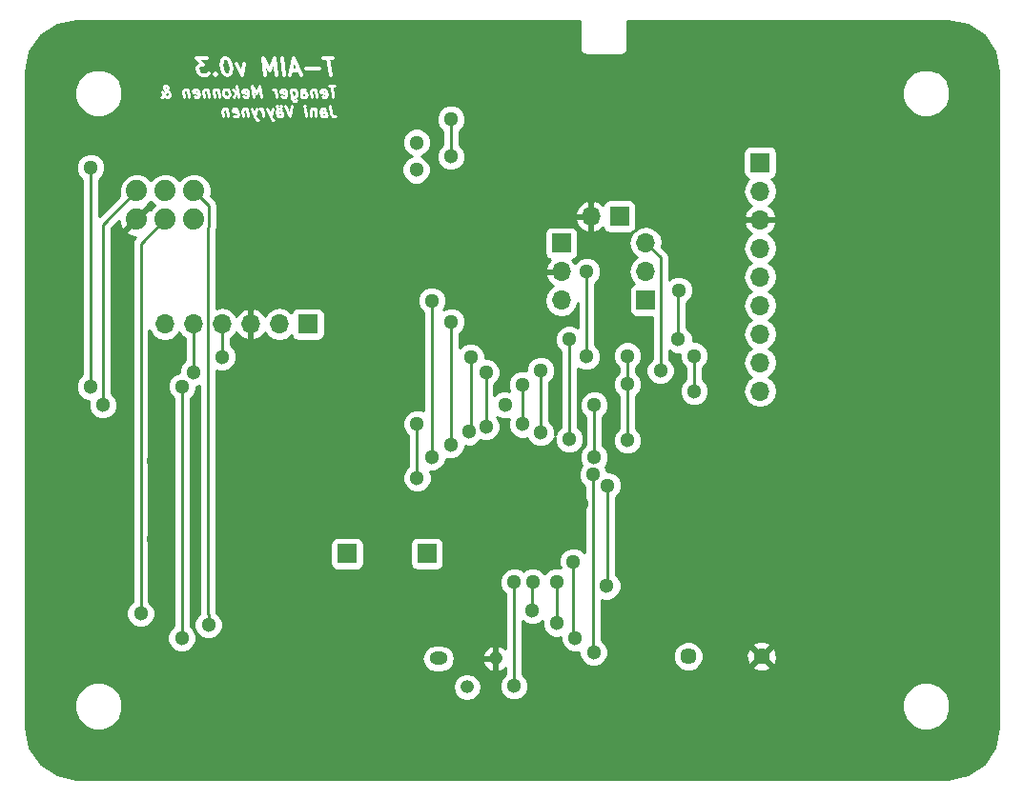
<source format=gbr>
G04 #@! TF.GenerationSoftware,KiCad,Pcbnew,(2017-02-22 revision 4c83b0a94)-master*
G04 #@! TF.CreationDate,2017-05-08T15:43:26+03:00*
G04 #@! TF.ProjectId,T-AIM,542D41494D2E6B696361645F70636200,rev?*
G04 #@! TF.FileFunction,Copper,L2,Bot,Signal*
G04 #@! TF.FilePolarity,Positive*
%FSLAX46Y46*%
G04 Gerber Fmt 4.6, Leading zero omitted, Abs format (unit mm)*
G04 Created by KiCad (PCBNEW (2017-02-22 revision 4c83b0a94)-master) date Mon May  8 15:43:26 2017*
%MOMM*%
%LPD*%
G01*
G04 APERTURE LIST*
%ADD10C,0.100000*%
%ADD11O,1.200000X1.200000*%
%ADD12O,1.600000X1.200000*%
%ADD13C,1.879600*%
%ADD14R,1.700000X1.700000*%
%ADD15O,1.700000X1.700000*%
%ADD16C,1.450000*%
%ADD17C,0.700000*%
%ADD18C,1.300000*%
%ADD19C,0.250000*%
%ADD20C,0.254000*%
%ADD97C,0.100000*%
%ADD98C,0.250000*%
%ADD99C,0.300000*%
G04 APERTURE END LIST*
D10*
D11*
X162615000Y-109610000D03*
X160075000Y-112150000D03*
D12*
X157535000Y-109610000D03*
D13*
X135830000Y-68025000D03*
X135830000Y-70565000D03*
X133290000Y-68025000D03*
X133290000Y-70565000D03*
X130750000Y-68025000D03*
X130750000Y-70565000D03*
D14*
X156525000Y-100275000D03*
X168450000Y-72685000D03*
D15*
X168450000Y-75225000D03*
X168450000Y-77765000D03*
D16*
X179723986Y-109413828D03*
X186223986Y-109413828D03*
D17*
X157302534Y-68798946D03*
X158502534Y-68798946D03*
D15*
X175950000Y-72660000D03*
X175950000Y-75200000D03*
D14*
X175950000Y-77740000D03*
D15*
X186100000Y-85825000D03*
X186100000Y-83285000D03*
X186100000Y-80745000D03*
X186100000Y-78205000D03*
X186100000Y-75665000D03*
X186100000Y-73125000D03*
X186100000Y-70585000D03*
X186100000Y-68045000D03*
D14*
X186100000Y-65505000D03*
D15*
X133245000Y-79875000D03*
X135785000Y-79875000D03*
X138325000Y-79875000D03*
X140865000Y-79875000D03*
X143405000Y-79875000D03*
D14*
X145945000Y-79875000D03*
X149425000Y-100300000D03*
D15*
X171075000Y-70300000D03*
D14*
X173615000Y-70300000D03*
D18*
X153725000Y-103975000D03*
X152275000Y-104000000D03*
X170249990Y-95825002D03*
X175075000Y-114050000D03*
X183900000Y-100025006D03*
X164250000Y-62750000D03*
X180450000Y-73450000D03*
X150275000Y-61525000D03*
X152050000Y-65575000D03*
X149900000Y-65575000D03*
X153475000Y-115975000D03*
X139650000Y-75750000D03*
X175100000Y-100050000D03*
X132250000Y-99000000D03*
X150268986Y-59593828D03*
X191900000Y-109500000D03*
X132275000Y-92025000D03*
X201100000Y-95400000D03*
X157500000Y-97000000D03*
X154150000Y-69600000D03*
X154150000Y-68050004D03*
X155500000Y-69600000D03*
X155500000Y-68050000D03*
X170700000Y-75200000D03*
X174325002Y-90200000D03*
X165000000Y-85275000D03*
X165000000Y-88775000D03*
X174324999Y-82700000D03*
X174325000Y-85200000D03*
X180250000Y-82700000D03*
X180250000Y-85850000D03*
X170675000Y-82750000D03*
X158650000Y-64975000D03*
X158650000Y-61675000D03*
X155650000Y-88750000D03*
X155650000Y-93550000D03*
X169150000Y-81250000D03*
X178875000Y-76875000D03*
X178850000Y-81250000D03*
X169150000Y-90100000D03*
X138325000Y-82800000D03*
X160250000Y-89450000D03*
X160400000Y-82800002D03*
X135774996Y-84175000D03*
X161750000Y-84200000D03*
X161750000Y-89000000D03*
X166625000Y-84000000D03*
X177250000Y-84025000D03*
X166625000Y-89525000D03*
X164275000Y-102825000D03*
X164243986Y-112043828D03*
X156950000Y-77800000D03*
X156950000Y-91675000D03*
X158675000Y-79675000D03*
X158625000Y-90625000D03*
X155600000Y-63725000D03*
X155568986Y-66168828D03*
X171325002Y-109050000D03*
X171275000Y-93250000D03*
X172500000Y-103175000D03*
X172525000Y-94225000D03*
X165925000Y-102824998D03*
X165875000Y-105325000D03*
X131100000Y-105600000D03*
X168050000Y-102800002D03*
X168050000Y-106475000D03*
X137112689Y-106625010D03*
X134800000Y-85425000D03*
X126650000Y-85450000D03*
X134750000Y-107775000D03*
X169699998Y-107800000D03*
X169525000Y-101000000D03*
X126675000Y-65975000D03*
X127746824Y-87064577D03*
X171356466Y-91702131D03*
X171375000Y-87075000D03*
X163449998Y-87075000D03*
D19*
X170675000Y-82750000D02*
X170675000Y-75225000D01*
X170675000Y-75225000D02*
X170700000Y-75200000D01*
X174325000Y-90199998D02*
X174325002Y-90200000D01*
X174325000Y-85200000D02*
X174325000Y-90199998D01*
X165000000Y-88775000D02*
X165000000Y-85275000D01*
X174324999Y-83619238D02*
X174324999Y-82700000D01*
X174325000Y-85200000D02*
X174324999Y-83619238D01*
X180250000Y-85850000D02*
X180250000Y-82700000D01*
X158650000Y-61675000D02*
X158650000Y-64975000D01*
X155650000Y-93550000D02*
X155650000Y-88750000D01*
X169150000Y-90100000D02*
X169150000Y-81250000D01*
X178850000Y-76900000D02*
X178875000Y-76875000D01*
X178850000Y-81250000D02*
X178850000Y-76900000D01*
X138325000Y-79875000D02*
X138325000Y-82800000D01*
X160400000Y-89300000D02*
X160250000Y-89450000D01*
X160400000Y-82800002D02*
X160400000Y-89300000D01*
X138275000Y-79899842D02*
X138268986Y-79893828D01*
X135799994Y-84150002D02*
X135774996Y-84175000D01*
X135785000Y-79875000D02*
X135785000Y-84164996D01*
X135785000Y-84164996D02*
X135774996Y-84175000D01*
X161750000Y-89000000D02*
X161750000Y-84200000D01*
X177250000Y-84025000D02*
X177250000Y-73960000D01*
X177250000Y-73960000D02*
X175950000Y-72660000D01*
X166625000Y-89525000D02*
X166625000Y-84000000D01*
X164243986Y-102856014D02*
X164275000Y-102825000D01*
X164243986Y-112043828D02*
X164243986Y-102856014D01*
X156950000Y-91675000D02*
X156950000Y-77800000D01*
X158625000Y-90625000D02*
X158625000Y-79725000D01*
X158625000Y-79725000D02*
X158675000Y-79675000D01*
X171275000Y-108875000D02*
X171275000Y-108999998D01*
X171275000Y-108999998D02*
X171325002Y-109050000D01*
X171275000Y-93250000D02*
X171275000Y-108875000D01*
X172525000Y-94225000D02*
X172525000Y-103150000D01*
X172525000Y-103150000D02*
X172500000Y-103175000D01*
X165875000Y-102874998D02*
X165925000Y-102824998D01*
X165875000Y-105325000D02*
X165875000Y-102874998D01*
X131100000Y-104680762D02*
X131100000Y-105600000D01*
X131100000Y-72755000D02*
X131100000Y-104680762D01*
X133290000Y-70565000D02*
X131100000Y-72755000D01*
X168050000Y-106475000D02*
X168050000Y-102800002D01*
X137112689Y-105705772D02*
X137112689Y-106625010D01*
X137074996Y-105668079D02*
X137112689Y-105705772D01*
X137144801Y-71196105D02*
X137074996Y-71265910D01*
X135830000Y-68025000D02*
X137144801Y-69339801D01*
X137074996Y-71265910D02*
X137074996Y-105668079D01*
X137144801Y-69339801D02*
X137144801Y-71196105D01*
X134750000Y-85475000D02*
X134800000Y-85425000D01*
X134750000Y-107775000D02*
X134750000Y-85475000D01*
X126675000Y-85425000D02*
X126650000Y-85450000D01*
X126675000Y-65975000D02*
X126675000Y-85425000D01*
X169525000Y-107625002D02*
X169699998Y-107800000D01*
X169525000Y-101000000D02*
X169525000Y-107625002D01*
X127800000Y-86925000D02*
X127746824Y-86978176D01*
X130750000Y-68025000D02*
X127750001Y-71024999D01*
X127746824Y-86978176D02*
X127746824Y-87064577D01*
X127750001Y-71024999D02*
X127750001Y-86142162D01*
X127750001Y-86142162D02*
X127746824Y-86145339D01*
X127746824Y-86145339D02*
X127746824Y-87064577D01*
X171375000Y-91683597D02*
X171356466Y-91702131D01*
X171375000Y-87075000D02*
X171375000Y-91683597D01*
D20*
G36*
X170078986Y-55318828D02*
X170127703Y-55563745D01*
X170266438Y-55771376D01*
X170474069Y-55910111D01*
X170718986Y-55958828D01*
X173718986Y-55958828D01*
X173963903Y-55910111D01*
X174171534Y-55771376D01*
X174310269Y-55563745D01*
X174358986Y-55318828D01*
X174358986Y-52903828D01*
X202780949Y-52903828D01*
X204538304Y-53253388D01*
X205974674Y-54213140D01*
X206934427Y-55649512D01*
X207283986Y-57406865D01*
X207283986Y-115780791D01*
X206934427Y-117538144D01*
X205974674Y-118974516D01*
X204538304Y-119934268D01*
X202780949Y-120283828D01*
X125407023Y-120283828D01*
X123649670Y-119934269D01*
X122213298Y-118974516D01*
X121253546Y-117538146D01*
X120903986Y-115780791D01*
X120903986Y-114266643D01*
X125208616Y-114266643D01*
X125532966Y-115051628D01*
X126133027Y-115652737D01*
X126917445Y-115978456D01*
X127766801Y-115979198D01*
X128551786Y-115654848D01*
X129152895Y-115054787D01*
X129478614Y-114270369D01*
X129478617Y-114266643D01*
X198708616Y-114266643D01*
X199032966Y-115051628D01*
X199633027Y-115652737D01*
X200417445Y-115978456D01*
X201266801Y-115979198D01*
X202051786Y-115654848D01*
X202652895Y-115054787D01*
X202978614Y-114270369D01*
X202979356Y-113421013D01*
X202655006Y-112636028D01*
X202054945Y-112034919D01*
X201270527Y-111709200D01*
X200421171Y-111708458D01*
X199636186Y-112032808D01*
X199035077Y-112632869D01*
X198709358Y-113417287D01*
X198708616Y-114266643D01*
X129478617Y-114266643D01*
X129479356Y-113421013D01*
X129155006Y-112636028D01*
X128669826Y-112150000D01*
X158815805Y-112150000D01*
X158909814Y-112622614D01*
X159177528Y-113023277D01*
X159578191Y-113290991D01*
X160050805Y-113385000D01*
X160099195Y-113385000D01*
X160571809Y-113290991D01*
X160972472Y-113023277D01*
X161240186Y-112622614D01*
X161334195Y-112150000D01*
X161240186Y-111677386D01*
X160972472Y-111276723D01*
X160571809Y-111009009D01*
X160099195Y-110915000D01*
X160050805Y-110915000D01*
X159578191Y-111009009D01*
X159177528Y-111276723D01*
X158909814Y-111677386D01*
X158815805Y-112150000D01*
X128669826Y-112150000D01*
X128554945Y-112034919D01*
X127770527Y-111709200D01*
X126921171Y-111708458D01*
X126136186Y-112032808D01*
X125535077Y-112632869D01*
X125209358Y-113417287D01*
X125208616Y-114266643D01*
X120903986Y-114266643D01*
X120903986Y-109610000D01*
X156071887Y-109610000D01*
X156165896Y-110082614D01*
X156433610Y-110483277D01*
X156834273Y-110750991D01*
X157306887Y-110845000D01*
X157763113Y-110845000D01*
X158235727Y-110750991D01*
X158636390Y-110483277D01*
X158904104Y-110082614D01*
X158934936Y-109927609D01*
X161421538Y-109927609D01*
X161546503Y-110229327D01*
X161864844Y-110591080D01*
X162297389Y-110803472D01*
X162488000Y-110679714D01*
X162488000Y-109737000D01*
X161546269Y-109737000D01*
X161421538Y-109927609D01*
X158934936Y-109927609D01*
X158998113Y-109610000D01*
X158934937Y-109292391D01*
X161421538Y-109292391D01*
X161546269Y-109483000D01*
X162488000Y-109483000D01*
X162488000Y-108540286D01*
X162742000Y-108540286D01*
X162742000Y-109483000D01*
X162762000Y-109483000D01*
X162762000Y-109737000D01*
X162742000Y-109737000D01*
X162742000Y-110679714D01*
X162932611Y-110803472D01*
X163365156Y-110591080D01*
X163483986Y-110456045D01*
X163483986Y-110986822D01*
X163155251Y-111314983D01*
X162959209Y-111787104D01*
X162958763Y-112298309D01*
X163153981Y-112770771D01*
X163515141Y-113132563D01*
X163987262Y-113328605D01*
X164498467Y-113329051D01*
X164970929Y-113133833D01*
X165332721Y-112772673D01*
X165528763Y-112300552D01*
X165529209Y-111789347D01*
X165333991Y-111316885D01*
X165003986Y-110986303D01*
X165003986Y-106271317D01*
X165146155Y-106413735D01*
X165618276Y-106609777D01*
X166129481Y-106610223D01*
X166601943Y-106415005D01*
X166765194Y-106252040D01*
X166764777Y-106729481D01*
X166959995Y-107201943D01*
X167321155Y-107563735D01*
X167793276Y-107759777D01*
X168304481Y-107760223D01*
X168415072Y-107714528D01*
X168414775Y-108054481D01*
X168609993Y-108526943D01*
X168971153Y-108888735D01*
X169443274Y-109084777D01*
X169954479Y-109085223D01*
X170040001Y-109049886D01*
X170039779Y-109304481D01*
X170234997Y-109776943D01*
X170596157Y-110138735D01*
X171068278Y-110334777D01*
X171579483Y-110335223D01*
X172051945Y-110140005D01*
X172413737Y-109778845D01*
X172453468Y-109683162D01*
X178363750Y-109683162D01*
X178570362Y-110183200D01*
X178952602Y-110566108D01*
X179452278Y-110773591D01*
X179993320Y-110774064D01*
X180493358Y-110567452D01*
X180693933Y-110367226D01*
X185450193Y-110367226D01*
X185515108Y-110605581D01*
X186025132Y-110786140D01*
X186565430Y-110757777D01*
X186932864Y-110605581D01*
X186997779Y-110367226D01*
X186223986Y-109593433D01*
X185450193Y-110367226D01*
X180693933Y-110367226D01*
X180876266Y-110185212D01*
X181083749Y-109685536D01*
X181084160Y-109214974D01*
X184851674Y-109214974D01*
X184880037Y-109755272D01*
X185032233Y-110122706D01*
X185270588Y-110187621D01*
X186044381Y-109413828D01*
X186403591Y-109413828D01*
X187177384Y-110187621D01*
X187415739Y-110122706D01*
X187596298Y-109612682D01*
X187567935Y-109072384D01*
X187415739Y-108704950D01*
X187177384Y-108640035D01*
X186403591Y-109413828D01*
X186044381Y-109413828D01*
X185270588Y-108640035D01*
X185032233Y-108704950D01*
X184851674Y-109214974D01*
X181084160Y-109214974D01*
X181084222Y-109144494D01*
X180877610Y-108644456D01*
X180693906Y-108460430D01*
X185450193Y-108460430D01*
X186223986Y-109234223D01*
X186997779Y-108460430D01*
X186932864Y-108222075D01*
X186422840Y-108041516D01*
X185882542Y-108069879D01*
X185515108Y-108222075D01*
X185450193Y-108460430D01*
X180693906Y-108460430D01*
X180495370Y-108261548D01*
X179995694Y-108054065D01*
X179454652Y-108053592D01*
X178954614Y-108260204D01*
X178571706Y-108642444D01*
X178364223Y-109142120D01*
X178363750Y-109683162D01*
X172453468Y-109683162D01*
X172609779Y-109306724D01*
X172610225Y-108795519D01*
X172415007Y-108323057D01*
X172053847Y-107961265D01*
X172035000Y-107953439D01*
X172035000Y-104373293D01*
X172243276Y-104459777D01*
X172754481Y-104460223D01*
X173226943Y-104265005D01*
X173588735Y-103903845D01*
X173784777Y-103431724D01*
X173785223Y-102920519D01*
X173590005Y-102448057D01*
X173285000Y-102142518D01*
X173285000Y-95282006D01*
X173613735Y-94953845D01*
X173809777Y-94481724D01*
X173810223Y-93970519D01*
X173615005Y-93498057D01*
X173253845Y-93136265D01*
X172781724Y-92940223D01*
X172537287Y-92940010D01*
X172365005Y-92523057D01*
X172358992Y-92517034D01*
X172445201Y-92430976D01*
X172641243Y-91958855D01*
X172641689Y-91447650D01*
X172446471Y-90975188D01*
X172135000Y-90663172D01*
X172135000Y-88132006D01*
X172463735Y-87803845D01*
X172659777Y-87331724D01*
X172660223Y-86820519D01*
X172465005Y-86348057D01*
X172103845Y-85986265D01*
X171631724Y-85790223D01*
X171120519Y-85789777D01*
X170648057Y-85984995D01*
X170286265Y-86346155D01*
X170090223Y-86818276D01*
X170089777Y-87329481D01*
X170284995Y-87801943D01*
X170615000Y-88132525D01*
X170615000Y-90626624D01*
X170267731Y-90973286D01*
X170071689Y-91445407D01*
X170071243Y-91956612D01*
X170266461Y-92429074D01*
X170272474Y-92435097D01*
X170186265Y-92521155D01*
X169990223Y-92993276D01*
X169989777Y-93504481D01*
X170184995Y-93976943D01*
X170515000Y-94307525D01*
X170515000Y-100172877D01*
X170253845Y-99911265D01*
X169781724Y-99715223D01*
X169270519Y-99714777D01*
X168798057Y-99909995D01*
X168436265Y-100271155D01*
X168240223Y-100743276D01*
X168239777Y-101254481D01*
X168355963Y-101535671D01*
X168306724Y-101515225D01*
X167795519Y-101514779D01*
X167323057Y-101709997D01*
X166974733Y-102057713D01*
X166653845Y-101736263D01*
X166181724Y-101540221D01*
X165670519Y-101539775D01*
X165198057Y-101734993D01*
X165100145Y-101832734D01*
X165003845Y-101736265D01*
X164531724Y-101540223D01*
X164020519Y-101539777D01*
X163548057Y-101734995D01*
X163186265Y-102096155D01*
X162990223Y-102568276D01*
X162989777Y-103079481D01*
X163184995Y-103551943D01*
X163483986Y-103851457D01*
X163483986Y-108763955D01*
X163365156Y-108628920D01*
X162932611Y-108416528D01*
X162742000Y-108540286D01*
X162488000Y-108540286D01*
X162297389Y-108416528D01*
X161864844Y-108628920D01*
X161546503Y-108990673D01*
X161421538Y-109292391D01*
X158934937Y-109292391D01*
X158904104Y-109137386D01*
X158636390Y-108736723D01*
X158235727Y-108469009D01*
X157763113Y-108375000D01*
X157306887Y-108375000D01*
X156834273Y-108469009D01*
X156433610Y-108736723D01*
X156165896Y-109137386D01*
X156071887Y-109610000D01*
X120903986Y-109610000D01*
X120903986Y-85704481D01*
X125364777Y-85704481D01*
X125559995Y-86176943D01*
X125921155Y-86538735D01*
X126393276Y-86734777D01*
X126492355Y-86734863D01*
X126462047Y-86807853D01*
X126461601Y-87319058D01*
X126656819Y-87791520D01*
X127017979Y-88153312D01*
X127490100Y-88349354D01*
X128001305Y-88349800D01*
X128473767Y-88154582D01*
X128835559Y-87793422D01*
X129031601Y-87321301D01*
X129032047Y-86810096D01*
X128836829Y-86337634D01*
X128510001Y-86010234D01*
X128510001Y-71339801D01*
X129178201Y-70671601D01*
X129188951Y-70940828D01*
X129380420Y-71403077D01*
X129641032Y-71494363D01*
X130570395Y-70565000D01*
X130556253Y-70550858D01*
X130735858Y-70371253D01*
X130750000Y-70385395D01*
X131679363Y-69456032D01*
X131644687Y-69357036D01*
X132020273Y-68982104D01*
X132332896Y-69295273D01*
X131957399Y-69670115D01*
X131858968Y-69635637D01*
X130929605Y-70565000D01*
X130943748Y-70579143D01*
X130764143Y-70758748D01*
X130750000Y-70744605D01*
X129820637Y-71673968D01*
X129911923Y-71934580D01*
X130499833Y-72151045D01*
X130634532Y-72145666D01*
X130562599Y-72217599D01*
X130397852Y-72464161D01*
X130340000Y-72755000D01*
X130340000Y-104542994D01*
X130011265Y-104871155D01*
X129815223Y-105343276D01*
X129814777Y-105854481D01*
X130009995Y-106326943D01*
X130371155Y-106688735D01*
X130843276Y-106884777D01*
X131354481Y-106885223D01*
X131826943Y-106690005D01*
X132188735Y-106328845D01*
X132384777Y-105856724D01*
X132385223Y-105345519D01*
X132190005Y-104873057D01*
X131860000Y-104542475D01*
X131860000Y-80406827D01*
X131873039Y-80472378D01*
X132194946Y-80954147D01*
X132676715Y-81276054D01*
X133245000Y-81389093D01*
X133813285Y-81276054D01*
X134295054Y-80954147D01*
X134515000Y-80624974D01*
X134734946Y-80954147D01*
X135025000Y-81147954D01*
X135025000Y-83108008D01*
X134686261Y-83446155D01*
X134490219Y-83918276D01*
X134490006Y-84162715D01*
X134073057Y-84334995D01*
X133711265Y-84696155D01*
X133515223Y-85168276D01*
X133514777Y-85679481D01*
X133709995Y-86151943D01*
X133990000Y-86432438D01*
X133990000Y-106717994D01*
X133661265Y-107046155D01*
X133465223Y-107518276D01*
X133464777Y-108029481D01*
X133659995Y-108501943D01*
X134021155Y-108863735D01*
X134493276Y-109059777D01*
X135004481Y-109060223D01*
X135476943Y-108865005D01*
X135838735Y-108503845D01*
X136034777Y-108031724D01*
X136035223Y-107520519D01*
X135840005Y-107048057D01*
X135510000Y-106717475D01*
X135510000Y-86522006D01*
X135526943Y-86515005D01*
X135888735Y-86153845D01*
X136084777Y-85681724D01*
X136084990Y-85437285D01*
X136314996Y-85342249D01*
X136314996Y-105605631D01*
X136023954Y-105896165D01*
X135827912Y-106368286D01*
X135827466Y-106879491D01*
X136022684Y-107351953D01*
X136383844Y-107713745D01*
X136855965Y-107909787D01*
X137367170Y-107910233D01*
X137839632Y-107715015D01*
X138201424Y-107353855D01*
X138397466Y-106881734D01*
X138397912Y-106370529D01*
X138202694Y-105898067D01*
X137841534Y-105536275D01*
X137838743Y-105535116D01*
X137834996Y-105516278D01*
X137834996Y-99450000D01*
X147927560Y-99450000D01*
X147927560Y-101150000D01*
X147976843Y-101397765D01*
X148117191Y-101607809D01*
X148327235Y-101748157D01*
X148575000Y-101797440D01*
X150275000Y-101797440D01*
X150522765Y-101748157D01*
X150732809Y-101607809D01*
X150873157Y-101397765D01*
X150922440Y-101150000D01*
X150922440Y-99450000D01*
X150917468Y-99425000D01*
X155027560Y-99425000D01*
X155027560Y-101125000D01*
X155076843Y-101372765D01*
X155217191Y-101582809D01*
X155427235Y-101723157D01*
X155675000Y-101772440D01*
X157375000Y-101772440D01*
X157622765Y-101723157D01*
X157832809Y-101582809D01*
X157973157Y-101372765D01*
X158022440Y-101125000D01*
X158022440Y-99425000D01*
X157973157Y-99177235D01*
X157832809Y-98967191D01*
X157622765Y-98826843D01*
X157375000Y-98777560D01*
X155675000Y-98777560D01*
X155427235Y-98826843D01*
X155217191Y-98967191D01*
X155076843Y-99177235D01*
X155027560Y-99425000D01*
X150917468Y-99425000D01*
X150873157Y-99202235D01*
X150732809Y-98992191D01*
X150522765Y-98851843D01*
X150275000Y-98802560D01*
X148575000Y-98802560D01*
X148327235Y-98851843D01*
X148117191Y-98992191D01*
X147976843Y-99202235D01*
X147927560Y-99450000D01*
X137834996Y-99450000D01*
X137834996Y-89004481D01*
X154364777Y-89004481D01*
X154559995Y-89476943D01*
X154890000Y-89807525D01*
X154890000Y-92492994D01*
X154561265Y-92821155D01*
X154365223Y-93293276D01*
X154364777Y-93804481D01*
X154559995Y-94276943D01*
X154921155Y-94638735D01*
X155393276Y-94834777D01*
X155904481Y-94835223D01*
X156376943Y-94640005D01*
X156738735Y-94278845D01*
X156934777Y-93806724D01*
X156935223Y-93295519D01*
X156796534Y-92959867D01*
X157204481Y-92960223D01*
X157676943Y-92765005D01*
X158038735Y-92403845D01*
X158234777Y-91931724D01*
X158234844Y-91854371D01*
X158368276Y-91909777D01*
X158879481Y-91910223D01*
X159351943Y-91715005D01*
X159713735Y-91353845D01*
X159909777Y-90881724D01*
X159909935Y-90700171D01*
X159993276Y-90734777D01*
X160504481Y-90735223D01*
X160976943Y-90540005D01*
X161309190Y-90208338D01*
X161493276Y-90284777D01*
X162004481Y-90285223D01*
X162476943Y-90090005D01*
X162838735Y-89728845D01*
X163034777Y-89256724D01*
X163035223Y-88745519D01*
X162840005Y-88273057D01*
X162737756Y-88170629D01*
X163193274Y-88359777D01*
X163704479Y-88360223D01*
X163796670Y-88322130D01*
X163715223Y-88518276D01*
X163714777Y-89029481D01*
X163909995Y-89501943D01*
X164271155Y-89863735D01*
X164743276Y-90059777D01*
X165254481Y-90060223D01*
X165426422Y-89989178D01*
X165534995Y-90251943D01*
X165896155Y-90613735D01*
X166368276Y-90809777D01*
X166879481Y-90810223D01*
X167351943Y-90615005D01*
X167713735Y-90253845D01*
X167865183Y-89889118D01*
X167864777Y-90354481D01*
X168059995Y-90826943D01*
X168421155Y-91188735D01*
X168893276Y-91384777D01*
X169404481Y-91385223D01*
X169876943Y-91190005D01*
X170238735Y-90828845D01*
X170434777Y-90356724D01*
X170435223Y-89845519D01*
X170240005Y-89373057D01*
X169910000Y-89042475D01*
X169910000Y-83802517D01*
X169946155Y-83838735D01*
X170418276Y-84034777D01*
X170929481Y-84035223D01*
X171401943Y-83840005D01*
X171763735Y-83478845D01*
X171959777Y-83006724D01*
X171959822Y-82954481D01*
X173039776Y-82954481D01*
X173234994Y-83426943D01*
X173564999Y-83757526D01*
X173564999Y-84142995D01*
X173236265Y-84471155D01*
X173040223Y-84943276D01*
X173039777Y-85454481D01*
X173234995Y-85926943D01*
X173565000Y-86257525D01*
X173565000Y-89142996D01*
X173236267Y-89471155D01*
X173040225Y-89943276D01*
X173039779Y-90454481D01*
X173234997Y-90926943D01*
X173596157Y-91288735D01*
X174068278Y-91484777D01*
X174579483Y-91485223D01*
X175051945Y-91290005D01*
X175413737Y-90928845D01*
X175609779Y-90456724D01*
X175610225Y-89945519D01*
X175415007Y-89473057D01*
X175085000Y-89142473D01*
X175085000Y-86257006D01*
X175413735Y-85928845D01*
X175609777Y-85456724D01*
X175610223Y-84945519D01*
X175415005Y-84473057D01*
X175084999Y-84142474D01*
X175084999Y-83757006D01*
X175413734Y-83428845D01*
X175609776Y-82956724D01*
X175610222Y-82445519D01*
X175415004Y-81973057D01*
X175053844Y-81611265D01*
X174581723Y-81415223D01*
X174070518Y-81414777D01*
X173598056Y-81609995D01*
X173236264Y-81971155D01*
X173040222Y-82443276D01*
X173039776Y-82954481D01*
X171959822Y-82954481D01*
X171960223Y-82495519D01*
X171765005Y-82023057D01*
X171435000Y-81692475D01*
X171435000Y-76281962D01*
X171788735Y-75928845D01*
X171984777Y-75456724D01*
X171985223Y-74945519D01*
X171790005Y-74473057D01*
X171428845Y-74111265D01*
X170956724Y-73915223D01*
X170445519Y-73914777D01*
X169973057Y-74109995D01*
X169675305Y-74407227D01*
X169444292Y-74153739D01*
X169547765Y-74133157D01*
X169757809Y-73992809D01*
X169898157Y-73782765D01*
X169947440Y-73535000D01*
X169947440Y-71835000D01*
X169898157Y-71587235D01*
X169757809Y-71377191D01*
X169547765Y-71236843D01*
X169300000Y-71187560D01*
X167600000Y-71187560D01*
X167352235Y-71236843D01*
X167142191Y-71377191D01*
X167001843Y-71587235D01*
X166952560Y-71835000D01*
X166952560Y-73535000D01*
X167001843Y-73782765D01*
X167142191Y-73992809D01*
X167352235Y-74133157D01*
X167455708Y-74153739D01*
X167178355Y-74458076D01*
X167008524Y-74868110D01*
X167129845Y-75098000D01*
X168323000Y-75098000D01*
X168323000Y-75078000D01*
X168577000Y-75078000D01*
X168577000Y-75098000D01*
X168597000Y-75098000D01*
X168597000Y-75352000D01*
X168577000Y-75352000D01*
X168577000Y-75372000D01*
X168323000Y-75372000D01*
X168323000Y-75352000D01*
X167129845Y-75352000D01*
X167008524Y-75581890D01*
X167178355Y-75991924D01*
X167568642Y-76420183D01*
X167711553Y-76487298D01*
X167370853Y-76714946D01*
X167048946Y-77196715D01*
X166935907Y-77765000D01*
X167048946Y-78333285D01*
X167370853Y-78815054D01*
X167852622Y-79136961D01*
X168420907Y-79250000D01*
X168479093Y-79250000D01*
X169047378Y-79136961D01*
X169529147Y-78815054D01*
X169851054Y-78333285D01*
X169915000Y-78011807D01*
X169915000Y-80197483D01*
X169878845Y-80161265D01*
X169406724Y-79965223D01*
X168895519Y-79964777D01*
X168423057Y-80159995D01*
X168061265Y-80521155D01*
X167865223Y-80993276D01*
X167864777Y-81504481D01*
X168059995Y-81976943D01*
X168390000Y-82307525D01*
X168390000Y-89042994D01*
X168061265Y-89371155D01*
X167909817Y-89735882D01*
X167910223Y-89270519D01*
X167715005Y-88798057D01*
X167385000Y-88467475D01*
X167385000Y-85057006D01*
X167713735Y-84728845D01*
X167909777Y-84256724D01*
X167910223Y-83745519D01*
X167715005Y-83273057D01*
X167353845Y-82911265D01*
X166881724Y-82715223D01*
X166370519Y-82714777D01*
X165898057Y-82909995D01*
X165536265Y-83271155D01*
X165340223Y-83743276D01*
X165339977Y-84024793D01*
X165256724Y-83990223D01*
X164745519Y-83989777D01*
X164273057Y-84184995D01*
X163911265Y-84546155D01*
X163715223Y-85018276D01*
X163714777Y-85529481D01*
X163846495Y-85848262D01*
X163706722Y-85790223D01*
X163195517Y-85789777D01*
X162723055Y-85984995D01*
X162510000Y-86197678D01*
X162510000Y-85257006D01*
X162838735Y-84928845D01*
X163034777Y-84456724D01*
X163035223Y-83945519D01*
X162840005Y-83473057D01*
X162478845Y-83111265D01*
X162006724Y-82915223D01*
X161684901Y-82914942D01*
X161685223Y-82545521D01*
X161490005Y-82073059D01*
X161128845Y-81711267D01*
X160656724Y-81515225D01*
X160145519Y-81514779D01*
X159673057Y-81709997D01*
X159385000Y-81997551D01*
X159385000Y-80772006D01*
X159401943Y-80765005D01*
X159763735Y-80403845D01*
X159959777Y-79931724D01*
X159960223Y-79420519D01*
X159765005Y-78948057D01*
X159403845Y-78586265D01*
X158931724Y-78390223D01*
X158420519Y-78389777D01*
X158006802Y-78560722D01*
X158038735Y-78528845D01*
X158234777Y-78056724D01*
X158235223Y-77545519D01*
X158040005Y-77073057D01*
X157678845Y-76711265D01*
X157206724Y-76515223D01*
X156695519Y-76514777D01*
X156223057Y-76709995D01*
X155861265Y-77071155D01*
X155665223Y-77543276D01*
X155664777Y-78054481D01*
X155859995Y-78526943D01*
X156190000Y-78857525D01*
X156190000Y-87582850D01*
X155906724Y-87465223D01*
X155395519Y-87464777D01*
X154923057Y-87659995D01*
X154561265Y-88021155D01*
X154365223Y-88493276D01*
X154364777Y-89004481D01*
X137834996Y-89004481D01*
X137834996Y-83987911D01*
X138068276Y-84084777D01*
X138579481Y-84085223D01*
X139051943Y-83890005D01*
X139413735Y-83528845D01*
X139609777Y-83056724D01*
X139610223Y-82545519D01*
X139415005Y-82073057D01*
X139085000Y-81742475D01*
X139085000Y-81147954D01*
X139375054Y-80954147D01*
X139602702Y-80613447D01*
X139669817Y-80756358D01*
X140098076Y-81146645D01*
X140508110Y-81316476D01*
X140738000Y-81195155D01*
X140738000Y-80002000D01*
X140718000Y-80002000D01*
X140718000Y-79748000D01*
X140738000Y-79748000D01*
X140738000Y-78554845D01*
X140992000Y-78554845D01*
X140992000Y-79748000D01*
X141012000Y-79748000D01*
X141012000Y-80002000D01*
X140992000Y-80002000D01*
X140992000Y-81195155D01*
X141221890Y-81316476D01*
X141631924Y-81146645D01*
X142060183Y-80756358D01*
X142127298Y-80613447D01*
X142354946Y-80954147D01*
X142836715Y-81276054D01*
X143405000Y-81389093D01*
X143973285Y-81276054D01*
X144455054Y-80954147D01*
X144484403Y-80910223D01*
X144496843Y-80972765D01*
X144637191Y-81182809D01*
X144847235Y-81323157D01*
X145095000Y-81372440D01*
X146795000Y-81372440D01*
X147042765Y-81323157D01*
X147252809Y-81182809D01*
X147393157Y-80972765D01*
X147442440Y-80725000D01*
X147442440Y-79025000D01*
X147393157Y-78777235D01*
X147252809Y-78567191D01*
X147042765Y-78426843D01*
X146795000Y-78377560D01*
X145095000Y-78377560D01*
X144847235Y-78426843D01*
X144637191Y-78567191D01*
X144496843Y-78777235D01*
X144484403Y-78839777D01*
X144455054Y-78795853D01*
X143973285Y-78473946D01*
X143405000Y-78360907D01*
X142836715Y-78473946D01*
X142354946Y-78795853D01*
X142127298Y-79136553D01*
X142060183Y-78993642D01*
X141631924Y-78603355D01*
X141221890Y-78433524D01*
X140992000Y-78554845D01*
X140738000Y-78554845D01*
X140508110Y-78433524D01*
X140098076Y-78603355D01*
X139669817Y-78993642D01*
X139602702Y-79136553D01*
X139375054Y-78795853D01*
X138893285Y-78473946D01*
X138325000Y-78360907D01*
X137834996Y-78458375D01*
X137834996Y-71504834D01*
X137846949Y-71486945D01*
X137904801Y-71196105D01*
X137904801Y-70656892D01*
X169633514Y-70656892D01*
X169879817Y-71181358D01*
X170308076Y-71571645D01*
X170718110Y-71741476D01*
X170948000Y-71620155D01*
X170948000Y-70427000D01*
X169754181Y-70427000D01*
X169633514Y-70656892D01*
X137904801Y-70656892D01*
X137904801Y-69943108D01*
X169633514Y-69943108D01*
X169754181Y-70173000D01*
X170948000Y-70173000D01*
X170948000Y-68979845D01*
X171202000Y-68979845D01*
X171202000Y-70173000D01*
X171222000Y-70173000D01*
X171222000Y-70427000D01*
X171202000Y-70427000D01*
X171202000Y-71620155D01*
X171431890Y-71741476D01*
X171841924Y-71571645D01*
X172146261Y-71294292D01*
X172166843Y-71397765D01*
X172307191Y-71607809D01*
X172517235Y-71748157D01*
X172765000Y-71797440D01*
X174465000Y-71797440D01*
X174712765Y-71748157D01*
X174831526Y-71668803D01*
X174548946Y-72091715D01*
X174435907Y-72660000D01*
X174548946Y-73228285D01*
X174870853Y-73710054D01*
X175200026Y-73930000D01*
X174870853Y-74149946D01*
X174548946Y-74631715D01*
X174435907Y-75200000D01*
X174548946Y-75768285D01*
X174870853Y-76250054D01*
X174914777Y-76279403D01*
X174852235Y-76291843D01*
X174642191Y-76432191D01*
X174501843Y-76642235D01*
X174452560Y-76890000D01*
X174452560Y-78590000D01*
X174501843Y-78837765D01*
X174642191Y-79047809D01*
X174852235Y-79188157D01*
X175100000Y-79237440D01*
X176490000Y-79237440D01*
X176490000Y-82967994D01*
X176161265Y-83296155D01*
X175965223Y-83768276D01*
X175964777Y-84279481D01*
X176159995Y-84751943D01*
X176521155Y-85113735D01*
X176993276Y-85309777D01*
X177504481Y-85310223D01*
X177976943Y-85115005D01*
X178338735Y-84753845D01*
X178534777Y-84281724D01*
X178535223Y-83770519D01*
X178340005Y-83298057D01*
X178010000Y-82967475D01*
X178010000Y-82227385D01*
X178121155Y-82338735D01*
X178593276Y-82534777D01*
X178965143Y-82535101D01*
X178964777Y-82954481D01*
X179159995Y-83426943D01*
X179490000Y-83757525D01*
X179490000Y-84792994D01*
X179161265Y-85121155D01*
X178965223Y-85593276D01*
X178964777Y-86104481D01*
X179159995Y-86576943D01*
X179521155Y-86938735D01*
X179993276Y-87134777D01*
X180504481Y-87135223D01*
X180976943Y-86940005D01*
X181338735Y-86578845D01*
X181534777Y-86106724D01*
X181535223Y-85595519D01*
X181340005Y-85123057D01*
X181010000Y-84792475D01*
X181010000Y-83757006D01*
X181338735Y-83428845D01*
X181534777Y-82956724D01*
X181535223Y-82445519D01*
X181340005Y-81973057D01*
X180978845Y-81611265D01*
X180506724Y-81415223D01*
X180134857Y-81414899D01*
X180135223Y-80995519D01*
X179940005Y-80523057D01*
X179610000Y-80192475D01*
X179610000Y-77956962D01*
X179963735Y-77603845D01*
X180159777Y-77131724D01*
X180160223Y-76620519D01*
X179965005Y-76148057D01*
X179603845Y-75786265D01*
X179131724Y-75590223D01*
X178620519Y-75589777D01*
X178148057Y-75784995D01*
X178010000Y-75922811D01*
X178010000Y-73960000D01*
X177952148Y-73669161D01*
X177787401Y-73422599D01*
X177489802Y-73125000D01*
X184585907Y-73125000D01*
X184698946Y-73693285D01*
X185020853Y-74175054D01*
X185350026Y-74395000D01*
X185020853Y-74614946D01*
X184698946Y-75096715D01*
X184585907Y-75665000D01*
X184698946Y-76233285D01*
X185020853Y-76715054D01*
X185350026Y-76935000D01*
X185020853Y-77154946D01*
X184698946Y-77636715D01*
X184585907Y-78205000D01*
X184698946Y-78773285D01*
X185020853Y-79255054D01*
X185350026Y-79475000D01*
X185020853Y-79694946D01*
X184698946Y-80176715D01*
X184585907Y-80745000D01*
X184698946Y-81313285D01*
X185020853Y-81795054D01*
X185350026Y-82015000D01*
X185020853Y-82234946D01*
X184698946Y-82716715D01*
X184585907Y-83285000D01*
X184698946Y-83853285D01*
X185020853Y-84335054D01*
X185350026Y-84555000D01*
X185020853Y-84774946D01*
X184698946Y-85256715D01*
X184585907Y-85825000D01*
X184698946Y-86393285D01*
X185020853Y-86875054D01*
X185502622Y-87196961D01*
X186070907Y-87310000D01*
X186129093Y-87310000D01*
X186697378Y-87196961D01*
X187179147Y-86875054D01*
X187501054Y-86393285D01*
X187614093Y-85825000D01*
X187501054Y-85256715D01*
X187179147Y-84774946D01*
X186849974Y-84555000D01*
X187179147Y-84335054D01*
X187501054Y-83853285D01*
X187614093Y-83285000D01*
X187501054Y-82716715D01*
X187179147Y-82234946D01*
X186849974Y-82015000D01*
X187179147Y-81795054D01*
X187501054Y-81313285D01*
X187614093Y-80745000D01*
X187501054Y-80176715D01*
X187179147Y-79694946D01*
X186849974Y-79475000D01*
X187179147Y-79255054D01*
X187501054Y-78773285D01*
X187614093Y-78205000D01*
X187501054Y-77636715D01*
X187179147Y-77154946D01*
X186849974Y-76935000D01*
X187179147Y-76715054D01*
X187501054Y-76233285D01*
X187614093Y-75665000D01*
X187501054Y-75096715D01*
X187179147Y-74614946D01*
X186849974Y-74395000D01*
X187179147Y-74175054D01*
X187501054Y-73693285D01*
X187614093Y-73125000D01*
X187501054Y-72556715D01*
X187179147Y-72074946D01*
X186838447Y-71847298D01*
X186981358Y-71780183D01*
X187371645Y-71351924D01*
X187541476Y-70941890D01*
X187420155Y-70712000D01*
X186227000Y-70712000D01*
X186227000Y-70732000D01*
X185973000Y-70732000D01*
X185973000Y-70712000D01*
X184779845Y-70712000D01*
X184658524Y-70941890D01*
X184828355Y-71351924D01*
X185218642Y-71780183D01*
X185361553Y-71847298D01*
X185020853Y-72074946D01*
X184698946Y-72556715D01*
X184585907Y-73125000D01*
X177489802Y-73125000D01*
X177391210Y-73026408D01*
X177464093Y-72660000D01*
X177351054Y-72091715D01*
X177029147Y-71609946D01*
X176547378Y-71288039D01*
X175979093Y-71175000D01*
X175920907Y-71175000D01*
X175352622Y-71288039D01*
X174962136Y-71548953D01*
X175063157Y-71397765D01*
X175112440Y-71150000D01*
X175112440Y-69450000D01*
X175063157Y-69202235D01*
X174922809Y-68992191D01*
X174712765Y-68851843D01*
X174465000Y-68802560D01*
X172765000Y-68802560D01*
X172517235Y-68851843D01*
X172307191Y-68992191D01*
X172166843Y-69202235D01*
X172146261Y-69305708D01*
X171841924Y-69028355D01*
X171431890Y-68858524D01*
X171202000Y-68979845D01*
X170948000Y-68979845D01*
X170718110Y-68858524D01*
X170308076Y-69028355D01*
X169879817Y-69418642D01*
X169633514Y-69943108D01*
X137904801Y-69943108D01*
X137904801Y-69339801D01*
X137846949Y-69048962D01*
X137846949Y-69048961D01*
X137682202Y-68802400D01*
X137350216Y-68470414D01*
X137404526Y-68339621D01*
X137404783Y-68045000D01*
X184585907Y-68045000D01*
X184698946Y-68613285D01*
X185020853Y-69095054D01*
X185361553Y-69322702D01*
X185218642Y-69389817D01*
X184828355Y-69818076D01*
X184658524Y-70228110D01*
X184779845Y-70458000D01*
X185973000Y-70458000D01*
X185973000Y-70438000D01*
X186227000Y-70438000D01*
X186227000Y-70458000D01*
X187420155Y-70458000D01*
X187541476Y-70228110D01*
X187371645Y-69818076D01*
X186981358Y-69389817D01*
X186838447Y-69322702D01*
X187179147Y-69095054D01*
X187501054Y-68613285D01*
X187614093Y-68045000D01*
X187501054Y-67476715D01*
X187179147Y-66994946D01*
X187135223Y-66965597D01*
X187197765Y-66953157D01*
X187407809Y-66812809D01*
X187548157Y-66602765D01*
X187597440Y-66355000D01*
X187597440Y-64655000D01*
X187548157Y-64407235D01*
X187407809Y-64197191D01*
X187197765Y-64056843D01*
X186950000Y-64007560D01*
X185250000Y-64007560D01*
X185002235Y-64056843D01*
X184792191Y-64197191D01*
X184651843Y-64407235D01*
X184602560Y-64655000D01*
X184602560Y-66355000D01*
X184651843Y-66602765D01*
X184792191Y-66812809D01*
X185002235Y-66953157D01*
X185064777Y-66965597D01*
X185020853Y-66994946D01*
X184698946Y-67476715D01*
X184585907Y-68045000D01*
X137404783Y-68045000D01*
X137405073Y-67713127D01*
X137165829Y-67134113D01*
X136723217Y-66690728D01*
X136144621Y-66450474D01*
X135518127Y-66449927D01*
X134939113Y-66689171D01*
X134559727Y-67067896D01*
X134183217Y-66690728D01*
X133604621Y-66450474D01*
X132978127Y-66449927D01*
X132399113Y-66689171D01*
X132019727Y-67067896D01*
X131643217Y-66690728D01*
X131064621Y-66450474D01*
X130438127Y-66449927D01*
X129859113Y-66689171D01*
X129415728Y-67131783D01*
X129175474Y-67710379D01*
X129174927Y-68336873D01*
X129230011Y-68470187D01*
X127435000Y-70265198D01*
X127435000Y-67032006D01*
X127763735Y-66703845D01*
X127880223Y-66423309D01*
X154283763Y-66423309D01*
X154478981Y-66895771D01*
X154840141Y-67257563D01*
X155312262Y-67453605D01*
X155823467Y-67454051D01*
X156295929Y-67258833D01*
X156657721Y-66897673D01*
X156853763Y-66425552D01*
X156854209Y-65914347D01*
X156658991Y-65441885D01*
X156297831Y-65080093D01*
X155992363Y-64953251D01*
X156326943Y-64815005D01*
X156688735Y-64453845D01*
X156884777Y-63981724D01*
X156885223Y-63470519D01*
X156690005Y-62998057D01*
X156328845Y-62636265D01*
X155856724Y-62440223D01*
X155345519Y-62439777D01*
X154873057Y-62634995D01*
X154511265Y-62996155D01*
X154315223Y-63468276D01*
X154314777Y-63979481D01*
X154509995Y-64451943D01*
X154871155Y-64813735D01*
X155176623Y-64940577D01*
X154842043Y-65078823D01*
X154480251Y-65439983D01*
X154284209Y-65912104D01*
X154283763Y-66423309D01*
X127880223Y-66423309D01*
X127959777Y-66231724D01*
X127960223Y-65720519D01*
X127765005Y-65248057D01*
X127403845Y-64886265D01*
X126931724Y-64690223D01*
X126420519Y-64689777D01*
X125948057Y-64884995D01*
X125586265Y-65246155D01*
X125390223Y-65718276D01*
X125389777Y-66229481D01*
X125584995Y-66701943D01*
X125915000Y-67032525D01*
X125915000Y-84368038D01*
X125561265Y-84721155D01*
X125365223Y-85193276D01*
X125364777Y-85704481D01*
X120903986Y-85704481D01*
X120903986Y-61929481D01*
X157364777Y-61929481D01*
X157559995Y-62401943D01*
X157890000Y-62732525D01*
X157890000Y-63917994D01*
X157561265Y-64246155D01*
X157365223Y-64718276D01*
X157364777Y-65229481D01*
X157559995Y-65701943D01*
X157921155Y-66063735D01*
X158393276Y-66259777D01*
X158904481Y-66260223D01*
X159376943Y-66065005D01*
X159738735Y-65703845D01*
X159934777Y-65231724D01*
X159935223Y-64720519D01*
X159740005Y-64248057D01*
X159410000Y-63917475D01*
X159410000Y-62732006D01*
X159738735Y-62403845D01*
X159934777Y-61931724D01*
X159935223Y-61420519D01*
X159740005Y-60948057D01*
X159378845Y-60586265D01*
X158906724Y-60390223D01*
X158395519Y-60389777D01*
X157923057Y-60584995D01*
X157561265Y-60946155D01*
X157365223Y-61418276D01*
X157364777Y-61929481D01*
X120903986Y-61929481D01*
X120903986Y-59766643D01*
X125208616Y-59766643D01*
X125532966Y-60551628D01*
X126133027Y-61152737D01*
X126917445Y-61478456D01*
X127766801Y-61479198D01*
X128551786Y-61154848D01*
X129152895Y-60554787D01*
X129478614Y-59770369D01*
X129478617Y-59766643D01*
X198708616Y-59766643D01*
X199032966Y-60551628D01*
X199633027Y-61152737D01*
X200417445Y-61478456D01*
X201266801Y-61479198D01*
X202051786Y-61154848D01*
X202652895Y-60554787D01*
X202978614Y-59770369D01*
X202979356Y-58921013D01*
X202655006Y-58136028D01*
X202054945Y-57534919D01*
X201270527Y-57209200D01*
X200421171Y-57208458D01*
X199636186Y-57532808D01*
X199035077Y-58132869D01*
X198709358Y-58917287D01*
X198708616Y-59766643D01*
X129478617Y-59766643D01*
X129479356Y-58921013D01*
X129155006Y-58136028D01*
X128554945Y-57534919D01*
X127770527Y-57209200D01*
X126921171Y-57208458D01*
X126136186Y-57532808D01*
X125535077Y-58132869D01*
X125209358Y-58917287D01*
X125208616Y-59766643D01*
X120903986Y-59766643D01*
X120903986Y-57406865D01*
X121253546Y-55649510D01*
X122213298Y-54213140D01*
X123649670Y-53253387D01*
X125407023Y-52903828D01*
X170078986Y-52903828D01*
X170078986Y-55318828D01*
X170078986Y-55318828D01*
G37*
X170078986Y-55318828D02*
X170127703Y-55563745D01*
X170266438Y-55771376D01*
X170474069Y-55910111D01*
X170718986Y-55958828D01*
X173718986Y-55958828D01*
X173963903Y-55910111D01*
X174171534Y-55771376D01*
X174310269Y-55563745D01*
X174358986Y-55318828D01*
X174358986Y-52903828D01*
X202780949Y-52903828D01*
X204538304Y-53253388D01*
X205974674Y-54213140D01*
X206934427Y-55649512D01*
X207283986Y-57406865D01*
X207283986Y-115780791D01*
X206934427Y-117538144D01*
X205974674Y-118974516D01*
X204538304Y-119934268D01*
X202780949Y-120283828D01*
X125407023Y-120283828D01*
X123649670Y-119934269D01*
X122213298Y-118974516D01*
X121253546Y-117538146D01*
X120903986Y-115780791D01*
X120903986Y-114266643D01*
X125208616Y-114266643D01*
X125532966Y-115051628D01*
X126133027Y-115652737D01*
X126917445Y-115978456D01*
X127766801Y-115979198D01*
X128551786Y-115654848D01*
X129152895Y-115054787D01*
X129478614Y-114270369D01*
X129478617Y-114266643D01*
X198708616Y-114266643D01*
X199032966Y-115051628D01*
X199633027Y-115652737D01*
X200417445Y-115978456D01*
X201266801Y-115979198D01*
X202051786Y-115654848D01*
X202652895Y-115054787D01*
X202978614Y-114270369D01*
X202979356Y-113421013D01*
X202655006Y-112636028D01*
X202054945Y-112034919D01*
X201270527Y-111709200D01*
X200421171Y-111708458D01*
X199636186Y-112032808D01*
X199035077Y-112632869D01*
X198709358Y-113417287D01*
X198708616Y-114266643D01*
X129478617Y-114266643D01*
X129479356Y-113421013D01*
X129155006Y-112636028D01*
X128669826Y-112150000D01*
X158815805Y-112150000D01*
X158909814Y-112622614D01*
X159177528Y-113023277D01*
X159578191Y-113290991D01*
X160050805Y-113385000D01*
X160099195Y-113385000D01*
X160571809Y-113290991D01*
X160972472Y-113023277D01*
X161240186Y-112622614D01*
X161334195Y-112150000D01*
X161240186Y-111677386D01*
X160972472Y-111276723D01*
X160571809Y-111009009D01*
X160099195Y-110915000D01*
X160050805Y-110915000D01*
X159578191Y-111009009D01*
X159177528Y-111276723D01*
X158909814Y-111677386D01*
X158815805Y-112150000D01*
X128669826Y-112150000D01*
X128554945Y-112034919D01*
X127770527Y-111709200D01*
X126921171Y-111708458D01*
X126136186Y-112032808D01*
X125535077Y-112632869D01*
X125209358Y-113417287D01*
X125208616Y-114266643D01*
X120903986Y-114266643D01*
X120903986Y-109610000D01*
X156071887Y-109610000D01*
X156165896Y-110082614D01*
X156433610Y-110483277D01*
X156834273Y-110750991D01*
X157306887Y-110845000D01*
X157763113Y-110845000D01*
X158235727Y-110750991D01*
X158636390Y-110483277D01*
X158904104Y-110082614D01*
X158934936Y-109927609D01*
X161421538Y-109927609D01*
X161546503Y-110229327D01*
X161864844Y-110591080D01*
X162297389Y-110803472D01*
X162488000Y-110679714D01*
X162488000Y-109737000D01*
X161546269Y-109737000D01*
X161421538Y-109927609D01*
X158934936Y-109927609D01*
X158998113Y-109610000D01*
X158934937Y-109292391D01*
X161421538Y-109292391D01*
X161546269Y-109483000D01*
X162488000Y-109483000D01*
X162488000Y-108540286D01*
X162742000Y-108540286D01*
X162742000Y-109483000D01*
X162762000Y-109483000D01*
X162762000Y-109737000D01*
X162742000Y-109737000D01*
X162742000Y-110679714D01*
X162932611Y-110803472D01*
X163365156Y-110591080D01*
X163483986Y-110456045D01*
X163483986Y-110986822D01*
X163155251Y-111314983D01*
X162959209Y-111787104D01*
X162958763Y-112298309D01*
X163153981Y-112770771D01*
X163515141Y-113132563D01*
X163987262Y-113328605D01*
X164498467Y-113329051D01*
X164970929Y-113133833D01*
X165332721Y-112772673D01*
X165528763Y-112300552D01*
X165529209Y-111789347D01*
X165333991Y-111316885D01*
X165003986Y-110986303D01*
X165003986Y-106271317D01*
X165146155Y-106413735D01*
X165618276Y-106609777D01*
X166129481Y-106610223D01*
X166601943Y-106415005D01*
X166765194Y-106252040D01*
X166764777Y-106729481D01*
X166959995Y-107201943D01*
X167321155Y-107563735D01*
X167793276Y-107759777D01*
X168304481Y-107760223D01*
X168415072Y-107714528D01*
X168414775Y-108054481D01*
X168609993Y-108526943D01*
X168971153Y-108888735D01*
X169443274Y-109084777D01*
X169954479Y-109085223D01*
X170040001Y-109049886D01*
X170039779Y-109304481D01*
X170234997Y-109776943D01*
X170596157Y-110138735D01*
X171068278Y-110334777D01*
X171579483Y-110335223D01*
X172051945Y-110140005D01*
X172413737Y-109778845D01*
X172453468Y-109683162D01*
X178363750Y-109683162D01*
X178570362Y-110183200D01*
X178952602Y-110566108D01*
X179452278Y-110773591D01*
X179993320Y-110774064D01*
X180493358Y-110567452D01*
X180693933Y-110367226D01*
X185450193Y-110367226D01*
X185515108Y-110605581D01*
X186025132Y-110786140D01*
X186565430Y-110757777D01*
X186932864Y-110605581D01*
X186997779Y-110367226D01*
X186223986Y-109593433D01*
X185450193Y-110367226D01*
X180693933Y-110367226D01*
X180876266Y-110185212D01*
X181083749Y-109685536D01*
X181084160Y-109214974D01*
X184851674Y-109214974D01*
X184880037Y-109755272D01*
X185032233Y-110122706D01*
X185270588Y-110187621D01*
X186044381Y-109413828D01*
X186403591Y-109413828D01*
X187177384Y-110187621D01*
X187415739Y-110122706D01*
X187596298Y-109612682D01*
X187567935Y-109072384D01*
X187415739Y-108704950D01*
X187177384Y-108640035D01*
X186403591Y-109413828D01*
X186044381Y-109413828D01*
X185270588Y-108640035D01*
X185032233Y-108704950D01*
X184851674Y-109214974D01*
X181084160Y-109214974D01*
X181084222Y-109144494D01*
X180877610Y-108644456D01*
X180693906Y-108460430D01*
X185450193Y-108460430D01*
X186223986Y-109234223D01*
X186997779Y-108460430D01*
X186932864Y-108222075D01*
X186422840Y-108041516D01*
X185882542Y-108069879D01*
X185515108Y-108222075D01*
X185450193Y-108460430D01*
X180693906Y-108460430D01*
X180495370Y-108261548D01*
X179995694Y-108054065D01*
X179454652Y-108053592D01*
X178954614Y-108260204D01*
X178571706Y-108642444D01*
X178364223Y-109142120D01*
X178363750Y-109683162D01*
X172453468Y-109683162D01*
X172609779Y-109306724D01*
X172610225Y-108795519D01*
X172415007Y-108323057D01*
X172053847Y-107961265D01*
X172035000Y-107953439D01*
X172035000Y-104373293D01*
X172243276Y-104459777D01*
X172754481Y-104460223D01*
X173226943Y-104265005D01*
X173588735Y-103903845D01*
X173784777Y-103431724D01*
X173785223Y-102920519D01*
X173590005Y-102448057D01*
X173285000Y-102142518D01*
X173285000Y-95282006D01*
X173613735Y-94953845D01*
X173809777Y-94481724D01*
X173810223Y-93970519D01*
X173615005Y-93498057D01*
X173253845Y-93136265D01*
X172781724Y-92940223D01*
X172537287Y-92940010D01*
X172365005Y-92523057D01*
X172358992Y-92517034D01*
X172445201Y-92430976D01*
X172641243Y-91958855D01*
X172641689Y-91447650D01*
X172446471Y-90975188D01*
X172135000Y-90663172D01*
X172135000Y-88132006D01*
X172463735Y-87803845D01*
X172659777Y-87331724D01*
X172660223Y-86820519D01*
X172465005Y-86348057D01*
X172103845Y-85986265D01*
X171631724Y-85790223D01*
X171120519Y-85789777D01*
X170648057Y-85984995D01*
X170286265Y-86346155D01*
X170090223Y-86818276D01*
X170089777Y-87329481D01*
X170284995Y-87801943D01*
X170615000Y-88132525D01*
X170615000Y-90626624D01*
X170267731Y-90973286D01*
X170071689Y-91445407D01*
X170071243Y-91956612D01*
X170266461Y-92429074D01*
X170272474Y-92435097D01*
X170186265Y-92521155D01*
X169990223Y-92993276D01*
X169989777Y-93504481D01*
X170184995Y-93976943D01*
X170515000Y-94307525D01*
X170515000Y-100172877D01*
X170253845Y-99911265D01*
X169781724Y-99715223D01*
X169270519Y-99714777D01*
X168798057Y-99909995D01*
X168436265Y-100271155D01*
X168240223Y-100743276D01*
X168239777Y-101254481D01*
X168355963Y-101535671D01*
X168306724Y-101515225D01*
X167795519Y-101514779D01*
X167323057Y-101709997D01*
X166974733Y-102057713D01*
X166653845Y-101736263D01*
X166181724Y-101540221D01*
X165670519Y-101539775D01*
X165198057Y-101734993D01*
X165100145Y-101832734D01*
X165003845Y-101736265D01*
X164531724Y-101540223D01*
X164020519Y-101539777D01*
X163548057Y-101734995D01*
X163186265Y-102096155D01*
X162990223Y-102568276D01*
X162989777Y-103079481D01*
X163184995Y-103551943D01*
X163483986Y-103851457D01*
X163483986Y-108763955D01*
X163365156Y-108628920D01*
X162932611Y-108416528D01*
X162742000Y-108540286D01*
X162488000Y-108540286D01*
X162297389Y-108416528D01*
X161864844Y-108628920D01*
X161546503Y-108990673D01*
X161421538Y-109292391D01*
X158934937Y-109292391D01*
X158904104Y-109137386D01*
X158636390Y-108736723D01*
X158235727Y-108469009D01*
X157763113Y-108375000D01*
X157306887Y-108375000D01*
X156834273Y-108469009D01*
X156433610Y-108736723D01*
X156165896Y-109137386D01*
X156071887Y-109610000D01*
X120903986Y-109610000D01*
X120903986Y-85704481D01*
X125364777Y-85704481D01*
X125559995Y-86176943D01*
X125921155Y-86538735D01*
X126393276Y-86734777D01*
X126492355Y-86734863D01*
X126462047Y-86807853D01*
X126461601Y-87319058D01*
X126656819Y-87791520D01*
X127017979Y-88153312D01*
X127490100Y-88349354D01*
X128001305Y-88349800D01*
X128473767Y-88154582D01*
X128835559Y-87793422D01*
X129031601Y-87321301D01*
X129032047Y-86810096D01*
X128836829Y-86337634D01*
X128510001Y-86010234D01*
X128510001Y-71339801D01*
X129178201Y-70671601D01*
X129188951Y-70940828D01*
X129380420Y-71403077D01*
X129641032Y-71494363D01*
X130570395Y-70565000D01*
X130556253Y-70550858D01*
X130735858Y-70371253D01*
X130750000Y-70385395D01*
X131679363Y-69456032D01*
X131644687Y-69357036D01*
X132020273Y-68982104D01*
X132332896Y-69295273D01*
X131957399Y-69670115D01*
X131858968Y-69635637D01*
X130929605Y-70565000D01*
X130943748Y-70579143D01*
X130764143Y-70758748D01*
X130750000Y-70744605D01*
X129820637Y-71673968D01*
X129911923Y-71934580D01*
X130499833Y-72151045D01*
X130634532Y-72145666D01*
X130562599Y-72217599D01*
X130397852Y-72464161D01*
X130340000Y-72755000D01*
X130340000Y-104542994D01*
X130011265Y-104871155D01*
X129815223Y-105343276D01*
X129814777Y-105854481D01*
X130009995Y-106326943D01*
X130371155Y-106688735D01*
X130843276Y-106884777D01*
X131354481Y-106885223D01*
X131826943Y-106690005D01*
X132188735Y-106328845D01*
X132384777Y-105856724D01*
X132385223Y-105345519D01*
X132190005Y-104873057D01*
X131860000Y-104542475D01*
X131860000Y-80406827D01*
X131873039Y-80472378D01*
X132194946Y-80954147D01*
X132676715Y-81276054D01*
X133245000Y-81389093D01*
X133813285Y-81276054D01*
X134295054Y-80954147D01*
X134515000Y-80624974D01*
X134734946Y-80954147D01*
X135025000Y-81147954D01*
X135025000Y-83108008D01*
X134686261Y-83446155D01*
X134490219Y-83918276D01*
X134490006Y-84162715D01*
X134073057Y-84334995D01*
X133711265Y-84696155D01*
X133515223Y-85168276D01*
X133514777Y-85679481D01*
X133709995Y-86151943D01*
X133990000Y-86432438D01*
X133990000Y-106717994D01*
X133661265Y-107046155D01*
X133465223Y-107518276D01*
X133464777Y-108029481D01*
X133659995Y-108501943D01*
X134021155Y-108863735D01*
X134493276Y-109059777D01*
X135004481Y-109060223D01*
X135476943Y-108865005D01*
X135838735Y-108503845D01*
X136034777Y-108031724D01*
X136035223Y-107520519D01*
X135840005Y-107048057D01*
X135510000Y-106717475D01*
X135510000Y-86522006D01*
X135526943Y-86515005D01*
X135888735Y-86153845D01*
X136084777Y-85681724D01*
X136084990Y-85437285D01*
X136314996Y-85342249D01*
X136314996Y-105605631D01*
X136023954Y-105896165D01*
X135827912Y-106368286D01*
X135827466Y-106879491D01*
X136022684Y-107351953D01*
X136383844Y-107713745D01*
X136855965Y-107909787D01*
X137367170Y-107910233D01*
X137839632Y-107715015D01*
X138201424Y-107353855D01*
X138397466Y-106881734D01*
X138397912Y-106370529D01*
X138202694Y-105898067D01*
X137841534Y-105536275D01*
X137838743Y-105535116D01*
X137834996Y-105516278D01*
X137834996Y-99450000D01*
X147927560Y-99450000D01*
X147927560Y-101150000D01*
X147976843Y-101397765D01*
X148117191Y-101607809D01*
X148327235Y-101748157D01*
X148575000Y-101797440D01*
X150275000Y-101797440D01*
X150522765Y-101748157D01*
X150732809Y-101607809D01*
X150873157Y-101397765D01*
X150922440Y-101150000D01*
X150922440Y-99450000D01*
X150917468Y-99425000D01*
X155027560Y-99425000D01*
X155027560Y-101125000D01*
X155076843Y-101372765D01*
X155217191Y-101582809D01*
X155427235Y-101723157D01*
X155675000Y-101772440D01*
X157375000Y-101772440D01*
X157622765Y-101723157D01*
X157832809Y-101582809D01*
X157973157Y-101372765D01*
X158022440Y-101125000D01*
X158022440Y-99425000D01*
X157973157Y-99177235D01*
X157832809Y-98967191D01*
X157622765Y-98826843D01*
X157375000Y-98777560D01*
X155675000Y-98777560D01*
X155427235Y-98826843D01*
X155217191Y-98967191D01*
X155076843Y-99177235D01*
X155027560Y-99425000D01*
X150917468Y-99425000D01*
X150873157Y-99202235D01*
X150732809Y-98992191D01*
X150522765Y-98851843D01*
X150275000Y-98802560D01*
X148575000Y-98802560D01*
X148327235Y-98851843D01*
X148117191Y-98992191D01*
X147976843Y-99202235D01*
X147927560Y-99450000D01*
X137834996Y-99450000D01*
X137834996Y-89004481D01*
X154364777Y-89004481D01*
X154559995Y-89476943D01*
X154890000Y-89807525D01*
X154890000Y-92492994D01*
X154561265Y-92821155D01*
X154365223Y-93293276D01*
X154364777Y-93804481D01*
X154559995Y-94276943D01*
X154921155Y-94638735D01*
X155393276Y-94834777D01*
X155904481Y-94835223D01*
X156376943Y-94640005D01*
X156738735Y-94278845D01*
X156934777Y-93806724D01*
X156935223Y-93295519D01*
X156796534Y-92959867D01*
X157204481Y-92960223D01*
X157676943Y-92765005D01*
X158038735Y-92403845D01*
X158234777Y-91931724D01*
X158234844Y-91854371D01*
X158368276Y-91909777D01*
X158879481Y-91910223D01*
X159351943Y-91715005D01*
X159713735Y-91353845D01*
X159909777Y-90881724D01*
X159909935Y-90700171D01*
X159993276Y-90734777D01*
X160504481Y-90735223D01*
X160976943Y-90540005D01*
X161309190Y-90208338D01*
X161493276Y-90284777D01*
X162004481Y-90285223D01*
X162476943Y-90090005D01*
X162838735Y-89728845D01*
X163034777Y-89256724D01*
X163035223Y-88745519D01*
X162840005Y-88273057D01*
X162737756Y-88170629D01*
X163193274Y-88359777D01*
X163704479Y-88360223D01*
X163796670Y-88322130D01*
X163715223Y-88518276D01*
X163714777Y-89029481D01*
X163909995Y-89501943D01*
X164271155Y-89863735D01*
X164743276Y-90059777D01*
X165254481Y-90060223D01*
X165426422Y-89989178D01*
X165534995Y-90251943D01*
X165896155Y-90613735D01*
X166368276Y-90809777D01*
X166879481Y-90810223D01*
X167351943Y-90615005D01*
X167713735Y-90253845D01*
X167865183Y-89889118D01*
X167864777Y-90354481D01*
X168059995Y-90826943D01*
X168421155Y-91188735D01*
X168893276Y-91384777D01*
X169404481Y-91385223D01*
X169876943Y-91190005D01*
X170238735Y-90828845D01*
X170434777Y-90356724D01*
X170435223Y-89845519D01*
X170240005Y-89373057D01*
X169910000Y-89042475D01*
X169910000Y-83802517D01*
X169946155Y-83838735D01*
X170418276Y-84034777D01*
X170929481Y-84035223D01*
X171401943Y-83840005D01*
X171763735Y-83478845D01*
X171959777Y-83006724D01*
X171959822Y-82954481D01*
X173039776Y-82954481D01*
X173234994Y-83426943D01*
X173564999Y-83757526D01*
X173564999Y-84142995D01*
X173236265Y-84471155D01*
X173040223Y-84943276D01*
X173039777Y-85454481D01*
X173234995Y-85926943D01*
X173565000Y-86257525D01*
X173565000Y-89142996D01*
X173236267Y-89471155D01*
X173040225Y-89943276D01*
X173039779Y-90454481D01*
X173234997Y-90926943D01*
X173596157Y-91288735D01*
X174068278Y-91484777D01*
X174579483Y-91485223D01*
X175051945Y-91290005D01*
X175413737Y-90928845D01*
X175609779Y-90456724D01*
X175610225Y-89945519D01*
X175415007Y-89473057D01*
X175085000Y-89142473D01*
X175085000Y-86257006D01*
X175413735Y-85928845D01*
X175609777Y-85456724D01*
X175610223Y-84945519D01*
X175415005Y-84473057D01*
X175084999Y-84142474D01*
X175084999Y-83757006D01*
X175413734Y-83428845D01*
X175609776Y-82956724D01*
X175610222Y-82445519D01*
X175415004Y-81973057D01*
X175053844Y-81611265D01*
X174581723Y-81415223D01*
X174070518Y-81414777D01*
X173598056Y-81609995D01*
X173236264Y-81971155D01*
X173040222Y-82443276D01*
X173039776Y-82954481D01*
X171959822Y-82954481D01*
X171960223Y-82495519D01*
X171765005Y-82023057D01*
X171435000Y-81692475D01*
X171435000Y-76281962D01*
X171788735Y-75928845D01*
X171984777Y-75456724D01*
X171985223Y-74945519D01*
X171790005Y-74473057D01*
X171428845Y-74111265D01*
X170956724Y-73915223D01*
X170445519Y-73914777D01*
X169973057Y-74109995D01*
X169675305Y-74407227D01*
X169444292Y-74153739D01*
X169547765Y-74133157D01*
X169757809Y-73992809D01*
X169898157Y-73782765D01*
X169947440Y-73535000D01*
X169947440Y-71835000D01*
X169898157Y-71587235D01*
X169757809Y-71377191D01*
X169547765Y-71236843D01*
X169300000Y-71187560D01*
X167600000Y-71187560D01*
X167352235Y-71236843D01*
X167142191Y-71377191D01*
X167001843Y-71587235D01*
X166952560Y-71835000D01*
X166952560Y-73535000D01*
X167001843Y-73782765D01*
X167142191Y-73992809D01*
X167352235Y-74133157D01*
X167455708Y-74153739D01*
X167178355Y-74458076D01*
X167008524Y-74868110D01*
X167129845Y-75098000D01*
X168323000Y-75098000D01*
X168323000Y-75078000D01*
X168577000Y-75078000D01*
X168577000Y-75098000D01*
X168597000Y-75098000D01*
X168597000Y-75352000D01*
X168577000Y-75352000D01*
X168577000Y-75372000D01*
X168323000Y-75372000D01*
X168323000Y-75352000D01*
X167129845Y-75352000D01*
X167008524Y-75581890D01*
X167178355Y-75991924D01*
X167568642Y-76420183D01*
X167711553Y-76487298D01*
X167370853Y-76714946D01*
X167048946Y-77196715D01*
X166935907Y-77765000D01*
X167048946Y-78333285D01*
X167370853Y-78815054D01*
X167852622Y-79136961D01*
X168420907Y-79250000D01*
X168479093Y-79250000D01*
X169047378Y-79136961D01*
X169529147Y-78815054D01*
X169851054Y-78333285D01*
X169915000Y-78011807D01*
X169915000Y-80197483D01*
X169878845Y-80161265D01*
X169406724Y-79965223D01*
X168895519Y-79964777D01*
X168423057Y-80159995D01*
X168061265Y-80521155D01*
X167865223Y-80993276D01*
X167864777Y-81504481D01*
X168059995Y-81976943D01*
X168390000Y-82307525D01*
X168390000Y-89042994D01*
X168061265Y-89371155D01*
X167909817Y-89735882D01*
X167910223Y-89270519D01*
X167715005Y-88798057D01*
X167385000Y-88467475D01*
X167385000Y-85057006D01*
X167713735Y-84728845D01*
X167909777Y-84256724D01*
X167910223Y-83745519D01*
X167715005Y-83273057D01*
X167353845Y-82911265D01*
X166881724Y-82715223D01*
X166370519Y-82714777D01*
X165898057Y-82909995D01*
X165536265Y-83271155D01*
X165340223Y-83743276D01*
X165339977Y-84024793D01*
X165256724Y-83990223D01*
X164745519Y-83989777D01*
X164273057Y-84184995D01*
X163911265Y-84546155D01*
X163715223Y-85018276D01*
X163714777Y-85529481D01*
X163846495Y-85848262D01*
X163706722Y-85790223D01*
X163195517Y-85789777D01*
X162723055Y-85984995D01*
X162510000Y-86197678D01*
X162510000Y-85257006D01*
X162838735Y-84928845D01*
X163034777Y-84456724D01*
X163035223Y-83945519D01*
X162840005Y-83473057D01*
X162478845Y-83111265D01*
X162006724Y-82915223D01*
X161684901Y-82914942D01*
X161685223Y-82545521D01*
X161490005Y-82073059D01*
X161128845Y-81711267D01*
X160656724Y-81515225D01*
X160145519Y-81514779D01*
X159673057Y-81709997D01*
X159385000Y-81997551D01*
X159385000Y-80772006D01*
X159401943Y-80765005D01*
X159763735Y-80403845D01*
X159959777Y-79931724D01*
X159960223Y-79420519D01*
X159765005Y-78948057D01*
X159403845Y-78586265D01*
X158931724Y-78390223D01*
X158420519Y-78389777D01*
X158006802Y-78560722D01*
X158038735Y-78528845D01*
X158234777Y-78056724D01*
X158235223Y-77545519D01*
X158040005Y-77073057D01*
X157678845Y-76711265D01*
X157206724Y-76515223D01*
X156695519Y-76514777D01*
X156223057Y-76709995D01*
X155861265Y-77071155D01*
X155665223Y-77543276D01*
X155664777Y-78054481D01*
X155859995Y-78526943D01*
X156190000Y-78857525D01*
X156190000Y-87582850D01*
X155906724Y-87465223D01*
X155395519Y-87464777D01*
X154923057Y-87659995D01*
X154561265Y-88021155D01*
X154365223Y-88493276D01*
X154364777Y-89004481D01*
X137834996Y-89004481D01*
X137834996Y-83987911D01*
X138068276Y-84084777D01*
X138579481Y-84085223D01*
X139051943Y-83890005D01*
X139413735Y-83528845D01*
X139609777Y-83056724D01*
X139610223Y-82545519D01*
X139415005Y-82073057D01*
X139085000Y-81742475D01*
X139085000Y-81147954D01*
X139375054Y-80954147D01*
X139602702Y-80613447D01*
X139669817Y-80756358D01*
X140098076Y-81146645D01*
X140508110Y-81316476D01*
X140738000Y-81195155D01*
X140738000Y-80002000D01*
X140718000Y-80002000D01*
X140718000Y-79748000D01*
X140738000Y-79748000D01*
X140738000Y-78554845D01*
X140992000Y-78554845D01*
X140992000Y-79748000D01*
X141012000Y-79748000D01*
X141012000Y-80002000D01*
X140992000Y-80002000D01*
X140992000Y-81195155D01*
X141221890Y-81316476D01*
X141631924Y-81146645D01*
X142060183Y-80756358D01*
X142127298Y-80613447D01*
X142354946Y-80954147D01*
X142836715Y-81276054D01*
X143405000Y-81389093D01*
X143973285Y-81276054D01*
X144455054Y-80954147D01*
X144484403Y-80910223D01*
X144496843Y-80972765D01*
X144637191Y-81182809D01*
X144847235Y-81323157D01*
X145095000Y-81372440D01*
X146795000Y-81372440D01*
X147042765Y-81323157D01*
X147252809Y-81182809D01*
X147393157Y-80972765D01*
X147442440Y-80725000D01*
X147442440Y-79025000D01*
X147393157Y-78777235D01*
X147252809Y-78567191D01*
X147042765Y-78426843D01*
X146795000Y-78377560D01*
X145095000Y-78377560D01*
X144847235Y-78426843D01*
X144637191Y-78567191D01*
X144496843Y-78777235D01*
X144484403Y-78839777D01*
X144455054Y-78795853D01*
X143973285Y-78473946D01*
X143405000Y-78360907D01*
X142836715Y-78473946D01*
X142354946Y-78795853D01*
X142127298Y-79136553D01*
X142060183Y-78993642D01*
X141631924Y-78603355D01*
X141221890Y-78433524D01*
X140992000Y-78554845D01*
X140738000Y-78554845D01*
X140508110Y-78433524D01*
X140098076Y-78603355D01*
X139669817Y-78993642D01*
X139602702Y-79136553D01*
X139375054Y-78795853D01*
X138893285Y-78473946D01*
X138325000Y-78360907D01*
X137834996Y-78458375D01*
X137834996Y-71504834D01*
X137846949Y-71486945D01*
X137904801Y-71196105D01*
X137904801Y-70656892D01*
X169633514Y-70656892D01*
X169879817Y-71181358D01*
X170308076Y-71571645D01*
X170718110Y-71741476D01*
X170948000Y-71620155D01*
X170948000Y-70427000D01*
X169754181Y-70427000D01*
X169633514Y-70656892D01*
X137904801Y-70656892D01*
X137904801Y-69943108D01*
X169633514Y-69943108D01*
X169754181Y-70173000D01*
X170948000Y-70173000D01*
X170948000Y-68979845D01*
X171202000Y-68979845D01*
X171202000Y-70173000D01*
X171222000Y-70173000D01*
X171222000Y-70427000D01*
X171202000Y-70427000D01*
X171202000Y-71620155D01*
X171431890Y-71741476D01*
X171841924Y-71571645D01*
X172146261Y-71294292D01*
X172166843Y-71397765D01*
X172307191Y-71607809D01*
X172517235Y-71748157D01*
X172765000Y-71797440D01*
X174465000Y-71797440D01*
X174712765Y-71748157D01*
X174831526Y-71668803D01*
X174548946Y-72091715D01*
X174435907Y-72660000D01*
X174548946Y-73228285D01*
X174870853Y-73710054D01*
X175200026Y-73930000D01*
X174870853Y-74149946D01*
X174548946Y-74631715D01*
X174435907Y-75200000D01*
X174548946Y-75768285D01*
X174870853Y-76250054D01*
X174914777Y-76279403D01*
X174852235Y-76291843D01*
X174642191Y-76432191D01*
X174501843Y-76642235D01*
X174452560Y-76890000D01*
X174452560Y-78590000D01*
X174501843Y-78837765D01*
X174642191Y-79047809D01*
X174852235Y-79188157D01*
X175100000Y-79237440D01*
X176490000Y-79237440D01*
X176490000Y-82967994D01*
X176161265Y-83296155D01*
X175965223Y-83768276D01*
X175964777Y-84279481D01*
X176159995Y-84751943D01*
X176521155Y-85113735D01*
X176993276Y-85309777D01*
X177504481Y-85310223D01*
X177976943Y-85115005D01*
X178338735Y-84753845D01*
X178534777Y-84281724D01*
X178535223Y-83770519D01*
X178340005Y-83298057D01*
X178010000Y-82967475D01*
X178010000Y-82227385D01*
X178121155Y-82338735D01*
X178593276Y-82534777D01*
X178965143Y-82535101D01*
X178964777Y-82954481D01*
X179159995Y-83426943D01*
X179490000Y-83757525D01*
X179490000Y-84792994D01*
X179161265Y-85121155D01*
X178965223Y-85593276D01*
X178964777Y-86104481D01*
X179159995Y-86576943D01*
X179521155Y-86938735D01*
X179993276Y-87134777D01*
X180504481Y-87135223D01*
X180976943Y-86940005D01*
X181338735Y-86578845D01*
X181534777Y-86106724D01*
X181535223Y-85595519D01*
X181340005Y-85123057D01*
X181010000Y-84792475D01*
X181010000Y-83757006D01*
X181338735Y-83428845D01*
X181534777Y-82956724D01*
X181535223Y-82445519D01*
X181340005Y-81973057D01*
X180978845Y-81611265D01*
X180506724Y-81415223D01*
X180134857Y-81414899D01*
X180135223Y-80995519D01*
X179940005Y-80523057D01*
X179610000Y-80192475D01*
X179610000Y-77956962D01*
X179963735Y-77603845D01*
X180159777Y-77131724D01*
X180160223Y-76620519D01*
X179965005Y-76148057D01*
X179603845Y-75786265D01*
X179131724Y-75590223D01*
X178620519Y-75589777D01*
X178148057Y-75784995D01*
X178010000Y-75922811D01*
X178010000Y-73960000D01*
X177952148Y-73669161D01*
X177787401Y-73422599D01*
X177489802Y-73125000D01*
X184585907Y-73125000D01*
X184698946Y-73693285D01*
X185020853Y-74175054D01*
X185350026Y-74395000D01*
X185020853Y-74614946D01*
X184698946Y-75096715D01*
X184585907Y-75665000D01*
X184698946Y-76233285D01*
X185020853Y-76715054D01*
X185350026Y-76935000D01*
X185020853Y-77154946D01*
X184698946Y-77636715D01*
X184585907Y-78205000D01*
X184698946Y-78773285D01*
X185020853Y-79255054D01*
X185350026Y-79475000D01*
X185020853Y-79694946D01*
X184698946Y-80176715D01*
X184585907Y-80745000D01*
X184698946Y-81313285D01*
X185020853Y-81795054D01*
X185350026Y-82015000D01*
X185020853Y-82234946D01*
X184698946Y-82716715D01*
X184585907Y-83285000D01*
X184698946Y-83853285D01*
X185020853Y-84335054D01*
X185350026Y-84555000D01*
X185020853Y-84774946D01*
X184698946Y-85256715D01*
X184585907Y-85825000D01*
X184698946Y-86393285D01*
X185020853Y-86875054D01*
X185502622Y-87196961D01*
X186070907Y-87310000D01*
X186129093Y-87310000D01*
X186697378Y-87196961D01*
X187179147Y-86875054D01*
X187501054Y-86393285D01*
X187614093Y-85825000D01*
X187501054Y-85256715D01*
X187179147Y-84774946D01*
X186849974Y-84555000D01*
X187179147Y-84335054D01*
X187501054Y-83853285D01*
X187614093Y-83285000D01*
X187501054Y-82716715D01*
X187179147Y-82234946D01*
X186849974Y-82015000D01*
X187179147Y-81795054D01*
X187501054Y-81313285D01*
X187614093Y-80745000D01*
X187501054Y-80176715D01*
X187179147Y-79694946D01*
X186849974Y-79475000D01*
X187179147Y-79255054D01*
X187501054Y-78773285D01*
X187614093Y-78205000D01*
X187501054Y-77636715D01*
X187179147Y-77154946D01*
X186849974Y-76935000D01*
X187179147Y-76715054D01*
X187501054Y-76233285D01*
X187614093Y-75665000D01*
X187501054Y-75096715D01*
X187179147Y-74614946D01*
X186849974Y-74395000D01*
X187179147Y-74175054D01*
X187501054Y-73693285D01*
X187614093Y-73125000D01*
X187501054Y-72556715D01*
X187179147Y-72074946D01*
X186838447Y-71847298D01*
X186981358Y-71780183D01*
X187371645Y-71351924D01*
X187541476Y-70941890D01*
X187420155Y-70712000D01*
X186227000Y-70712000D01*
X186227000Y-70732000D01*
X185973000Y-70732000D01*
X185973000Y-70712000D01*
X184779845Y-70712000D01*
X184658524Y-70941890D01*
X184828355Y-71351924D01*
X185218642Y-71780183D01*
X185361553Y-71847298D01*
X185020853Y-72074946D01*
X184698946Y-72556715D01*
X184585907Y-73125000D01*
X177489802Y-73125000D01*
X177391210Y-73026408D01*
X177464093Y-72660000D01*
X177351054Y-72091715D01*
X177029147Y-71609946D01*
X176547378Y-71288039D01*
X175979093Y-71175000D01*
X175920907Y-71175000D01*
X175352622Y-71288039D01*
X174962136Y-71548953D01*
X175063157Y-71397765D01*
X175112440Y-71150000D01*
X175112440Y-69450000D01*
X175063157Y-69202235D01*
X174922809Y-68992191D01*
X174712765Y-68851843D01*
X174465000Y-68802560D01*
X172765000Y-68802560D01*
X172517235Y-68851843D01*
X172307191Y-68992191D01*
X172166843Y-69202235D01*
X172146261Y-69305708D01*
X171841924Y-69028355D01*
X171431890Y-68858524D01*
X171202000Y-68979845D01*
X170948000Y-68979845D01*
X170718110Y-68858524D01*
X170308076Y-69028355D01*
X169879817Y-69418642D01*
X169633514Y-69943108D01*
X137904801Y-69943108D01*
X137904801Y-69339801D01*
X137846949Y-69048962D01*
X137846949Y-69048961D01*
X137682202Y-68802400D01*
X137350216Y-68470414D01*
X137404526Y-68339621D01*
X137404783Y-68045000D01*
X184585907Y-68045000D01*
X184698946Y-68613285D01*
X185020853Y-69095054D01*
X185361553Y-69322702D01*
X185218642Y-69389817D01*
X184828355Y-69818076D01*
X184658524Y-70228110D01*
X184779845Y-70458000D01*
X185973000Y-70458000D01*
X185973000Y-70438000D01*
X186227000Y-70438000D01*
X186227000Y-70458000D01*
X187420155Y-70458000D01*
X187541476Y-70228110D01*
X187371645Y-69818076D01*
X186981358Y-69389817D01*
X186838447Y-69322702D01*
X187179147Y-69095054D01*
X187501054Y-68613285D01*
X187614093Y-68045000D01*
X187501054Y-67476715D01*
X187179147Y-66994946D01*
X187135223Y-66965597D01*
X187197765Y-66953157D01*
X187407809Y-66812809D01*
X187548157Y-66602765D01*
X187597440Y-66355000D01*
X187597440Y-64655000D01*
X187548157Y-64407235D01*
X187407809Y-64197191D01*
X187197765Y-64056843D01*
X186950000Y-64007560D01*
X185250000Y-64007560D01*
X185002235Y-64056843D01*
X184792191Y-64197191D01*
X184651843Y-64407235D01*
X184602560Y-64655000D01*
X184602560Y-66355000D01*
X184651843Y-66602765D01*
X184792191Y-66812809D01*
X185002235Y-66953157D01*
X185064777Y-66965597D01*
X185020853Y-66994946D01*
X184698946Y-67476715D01*
X184585907Y-68045000D01*
X137404783Y-68045000D01*
X137405073Y-67713127D01*
X137165829Y-67134113D01*
X136723217Y-66690728D01*
X136144621Y-66450474D01*
X135518127Y-66449927D01*
X134939113Y-66689171D01*
X134559727Y-67067896D01*
X134183217Y-66690728D01*
X133604621Y-66450474D01*
X132978127Y-66449927D01*
X132399113Y-66689171D01*
X132019727Y-67067896D01*
X131643217Y-66690728D01*
X131064621Y-66450474D01*
X130438127Y-66449927D01*
X129859113Y-66689171D01*
X129415728Y-67131783D01*
X129175474Y-67710379D01*
X129174927Y-68336873D01*
X129230011Y-68470187D01*
X127435000Y-70265198D01*
X127435000Y-67032006D01*
X127763735Y-66703845D01*
X127880223Y-66423309D01*
X154283763Y-66423309D01*
X154478981Y-66895771D01*
X154840141Y-67257563D01*
X155312262Y-67453605D01*
X155823467Y-67454051D01*
X156295929Y-67258833D01*
X156657721Y-66897673D01*
X156853763Y-66425552D01*
X156854209Y-65914347D01*
X156658991Y-65441885D01*
X156297831Y-65080093D01*
X155992363Y-64953251D01*
X156326943Y-64815005D01*
X156688735Y-64453845D01*
X156884777Y-63981724D01*
X156885223Y-63470519D01*
X156690005Y-62998057D01*
X156328845Y-62636265D01*
X155856724Y-62440223D01*
X155345519Y-62439777D01*
X154873057Y-62634995D01*
X154511265Y-62996155D01*
X154315223Y-63468276D01*
X154314777Y-63979481D01*
X154509995Y-64451943D01*
X154871155Y-64813735D01*
X155176623Y-64940577D01*
X154842043Y-65078823D01*
X154480251Y-65439983D01*
X154284209Y-65912104D01*
X154283763Y-66423309D01*
X127880223Y-66423309D01*
X127959777Y-66231724D01*
X127960223Y-65720519D01*
X127765005Y-65248057D01*
X127403845Y-64886265D01*
X126931724Y-64690223D01*
X126420519Y-64689777D01*
X125948057Y-64884995D01*
X125586265Y-65246155D01*
X125390223Y-65718276D01*
X125389777Y-66229481D01*
X125584995Y-66701943D01*
X125915000Y-67032525D01*
X125915000Y-84368038D01*
X125561265Y-84721155D01*
X125365223Y-85193276D01*
X125364777Y-85704481D01*
X120903986Y-85704481D01*
X120903986Y-61929481D01*
X157364777Y-61929481D01*
X157559995Y-62401943D01*
X157890000Y-62732525D01*
X157890000Y-63917994D01*
X157561265Y-64246155D01*
X157365223Y-64718276D01*
X157364777Y-65229481D01*
X157559995Y-65701943D01*
X157921155Y-66063735D01*
X158393276Y-66259777D01*
X158904481Y-66260223D01*
X159376943Y-66065005D01*
X159738735Y-65703845D01*
X159934777Y-65231724D01*
X159935223Y-64720519D01*
X159740005Y-64248057D01*
X159410000Y-63917475D01*
X159410000Y-62732006D01*
X159738735Y-62403845D01*
X159934777Y-61931724D01*
X159935223Y-61420519D01*
X159740005Y-60948057D01*
X159378845Y-60586265D01*
X158906724Y-60390223D01*
X158395519Y-60389777D01*
X157923057Y-60584995D01*
X157561265Y-60946155D01*
X157365223Y-61418276D01*
X157364777Y-61929481D01*
X120903986Y-61929481D01*
X120903986Y-59766643D01*
X125208616Y-59766643D01*
X125532966Y-60551628D01*
X126133027Y-61152737D01*
X126917445Y-61478456D01*
X127766801Y-61479198D01*
X128551786Y-61154848D01*
X129152895Y-60554787D01*
X129478614Y-59770369D01*
X129478617Y-59766643D01*
X198708616Y-59766643D01*
X199032966Y-60551628D01*
X199633027Y-61152737D01*
X200417445Y-61478456D01*
X201266801Y-61479198D01*
X202051786Y-61154848D01*
X202652895Y-60554787D01*
X202978614Y-59770369D01*
X202979356Y-58921013D01*
X202655006Y-58136028D01*
X202054945Y-57534919D01*
X201270527Y-57209200D01*
X200421171Y-57208458D01*
X199636186Y-57532808D01*
X199035077Y-58132869D01*
X198709358Y-58917287D01*
X198708616Y-59766643D01*
X129478617Y-59766643D01*
X129479356Y-58921013D01*
X129155006Y-58136028D01*
X128554945Y-57534919D01*
X127770527Y-57209200D01*
X126921171Y-57208458D01*
X126136186Y-57532808D01*
X125535077Y-58132869D01*
X125209358Y-58917287D01*
X125208616Y-59766643D01*
X120903986Y-59766643D01*
X120903986Y-57406865D01*
X121253546Y-55649510D01*
X122213298Y-54213140D01*
X123649670Y-53253387D01*
X125407023Y-52903828D01*
X170078986Y-52903828D01*
X170078986Y-55318828D01*
%LPC*%
D97*
D98*
X148361309Y-58677380D02*
X147789880Y-58677380D01*
X148200595Y-59677380D02*
X148075595Y-58677380D01*
X147194642Y-59629761D02*
X147295833Y-59677380D01*
X147486309Y-59677380D01*
X147575595Y-59629761D01*
X147611309Y-59534523D01*
X147563690Y-59153571D01*
X147504166Y-59058333D01*
X147402976Y-59010714D01*
X147212500Y-59010714D01*
X147123214Y-59058333D01*
X147087500Y-59153571D01*
X147099404Y-59248809D01*
X147587500Y-59344047D01*
X146641071Y-59010714D02*
X146724404Y-59677380D01*
X146652976Y-59105952D02*
X146599404Y-59058333D01*
X146498214Y-59010714D01*
X146355357Y-59010714D01*
X146266071Y-59058333D01*
X146230357Y-59153571D01*
X146295833Y-59677380D01*
X145391071Y-59677380D02*
X145325595Y-59153571D01*
X145361309Y-59058333D01*
X145450595Y-59010714D01*
X145641071Y-59010714D01*
X145742261Y-59058333D01*
X145385119Y-59629761D02*
X145486309Y-59677380D01*
X145724404Y-59677380D01*
X145813690Y-59629761D01*
X145849404Y-59534523D01*
X145837500Y-59439285D01*
X145777976Y-59344047D01*
X145676785Y-59296428D01*
X145438690Y-59296428D01*
X145337500Y-59248809D01*
X144402976Y-59010714D02*
X144504166Y-59820238D01*
X144563690Y-59915476D01*
X144617261Y-59963095D01*
X144718452Y-60010714D01*
X144861309Y-60010714D01*
X144950595Y-59963095D01*
X144480357Y-59629761D02*
X144581547Y-59677380D01*
X144772023Y-59677380D01*
X144861309Y-59629761D01*
X144902976Y-59582142D01*
X144938690Y-59486904D01*
X144902976Y-59201190D01*
X144843452Y-59105952D01*
X144789880Y-59058333D01*
X144688690Y-59010714D01*
X144498214Y-59010714D01*
X144408928Y-59058333D01*
X143623214Y-59629761D02*
X143724404Y-59677380D01*
X143914880Y-59677380D01*
X144004166Y-59629761D01*
X144039880Y-59534523D01*
X143992261Y-59153571D01*
X143932738Y-59058333D01*
X143831547Y-59010714D01*
X143641071Y-59010714D01*
X143551785Y-59058333D01*
X143516071Y-59153571D01*
X143527976Y-59248809D01*
X144016071Y-59344047D01*
X143152976Y-59677380D02*
X143069642Y-59010714D01*
X143093452Y-59201190D02*
X143033928Y-59105952D01*
X142980357Y-59058333D01*
X142879166Y-59010714D01*
X142783928Y-59010714D01*
X141772023Y-59677380D02*
X141647023Y-58677380D01*
X141402976Y-59391666D01*
X140980357Y-58677380D01*
X141105357Y-59677380D01*
X140242261Y-59629761D02*
X140343452Y-59677380D01*
X140533928Y-59677380D01*
X140623214Y-59629761D01*
X140658928Y-59534523D01*
X140611309Y-59153571D01*
X140551785Y-59058333D01*
X140450595Y-59010714D01*
X140260119Y-59010714D01*
X140170833Y-59058333D01*
X140135119Y-59153571D01*
X140147023Y-59248809D01*
X140635119Y-59344047D01*
X139772023Y-59677380D02*
X139647023Y-58677380D01*
X139629166Y-59296428D02*
X139391071Y-59677380D01*
X139307738Y-59010714D02*
X139736309Y-59391666D01*
X138819642Y-59677380D02*
X138908928Y-59629761D01*
X138950595Y-59582142D01*
X138986309Y-59486904D01*
X138950595Y-59201190D01*
X138891071Y-59105952D01*
X138837500Y-59058333D01*
X138736309Y-59010714D01*
X138593452Y-59010714D01*
X138504166Y-59058333D01*
X138462500Y-59105952D01*
X138426785Y-59201190D01*
X138462500Y-59486904D01*
X138522023Y-59582142D01*
X138575595Y-59629761D01*
X138676785Y-59677380D01*
X138819642Y-59677380D01*
X137974404Y-59010714D02*
X138057738Y-59677380D01*
X137986309Y-59105952D02*
X137932738Y-59058333D01*
X137831547Y-59010714D01*
X137688690Y-59010714D01*
X137599404Y-59058333D01*
X137563690Y-59153571D01*
X137629166Y-59677380D01*
X137069642Y-59010714D02*
X137152976Y-59677380D01*
X137081547Y-59105952D02*
X137027976Y-59058333D01*
X136926785Y-59010714D01*
X136783928Y-59010714D01*
X136694642Y-59058333D01*
X136658928Y-59153571D01*
X136724404Y-59677380D01*
X135861309Y-59629761D02*
X135962500Y-59677380D01*
X136152976Y-59677380D01*
X136242261Y-59629761D01*
X136277976Y-59534523D01*
X136230357Y-59153571D01*
X136170833Y-59058333D01*
X136069642Y-59010714D01*
X135879166Y-59010714D01*
X135789880Y-59058333D01*
X135754166Y-59153571D01*
X135766071Y-59248809D01*
X136254166Y-59344047D01*
X135307738Y-59010714D02*
X135391071Y-59677380D01*
X135319642Y-59105952D02*
X135266071Y-59058333D01*
X135164880Y-59010714D01*
X135022023Y-59010714D01*
X134932738Y-59058333D01*
X134897023Y-59153571D01*
X134962500Y-59677380D01*
X132914880Y-59677380D02*
X132962500Y-59677380D01*
X133051785Y-59629761D01*
X133176785Y-59486904D01*
X133379166Y-59201190D01*
X133456547Y-59058333D01*
X133486309Y-58915476D01*
X133474404Y-58820238D01*
X133414880Y-58725000D01*
X133313690Y-58677380D01*
X133266071Y-58677380D01*
X133176785Y-58725000D01*
X133141071Y-58820238D01*
X133147023Y-58867857D01*
X133206547Y-58963095D01*
X133260119Y-59010714D01*
X133569642Y-59201190D01*
X133623214Y-59248809D01*
X133682738Y-59344047D01*
X133700595Y-59486904D01*
X133664880Y-59582142D01*
X133623214Y-59629761D01*
X133533928Y-59677380D01*
X133391071Y-59677380D01*
X133289880Y-59629761D01*
X133236309Y-59582142D01*
X133069642Y-59391666D01*
X133004166Y-59248809D01*
X132992261Y-59153571D01*
X147932738Y-60427380D02*
X148022023Y-61141666D01*
X148087500Y-61284523D01*
X148194642Y-61379761D01*
X148343452Y-61427380D01*
X148438690Y-61427380D01*
X147152976Y-61427380D02*
X147087500Y-60903571D01*
X147123214Y-60808333D01*
X147212500Y-60760714D01*
X147402976Y-60760714D01*
X147504166Y-60808333D01*
X147147023Y-61379761D02*
X147248214Y-61427380D01*
X147486309Y-61427380D01*
X147575595Y-61379761D01*
X147611309Y-61284523D01*
X147599404Y-61189285D01*
X147539880Y-61094047D01*
X147438690Y-61046428D01*
X147200595Y-61046428D01*
X147099404Y-60998809D01*
X146593452Y-60760714D02*
X146676785Y-61427380D01*
X146605357Y-60855952D02*
X146551785Y-60808333D01*
X146450595Y-60760714D01*
X146307738Y-60760714D01*
X146218452Y-60808333D01*
X146182738Y-60903571D01*
X146248214Y-61427380D01*
X145772023Y-61427380D02*
X145688690Y-60760714D01*
X145647023Y-60427380D02*
X145700595Y-60475000D01*
X145658928Y-60522619D01*
X145605357Y-60475000D01*
X145647023Y-60427380D01*
X145658928Y-60522619D01*
X144551785Y-60427380D02*
X144343452Y-61427380D01*
X143885119Y-60427380D01*
X143248214Y-61427380D02*
X143182738Y-60903571D01*
X143218452Y-60808333D01*
X143307738Y-60760714D01*
X143498214Y-60760714D01*
X143599404Y-60808333D01*
X143242261Y-61379761D02*
X143343452Y-61427380D01*
X143581547Y-61427380D01*
X143670833Y-61379761D01*
X143706547Y-61284523D01*
X143694642Y-61189285D01*
X143635119Y-61094047D01*
X143533928Y-61046428D01*
X143295833Y-61046428D01*
X143194642Y-60998809D01*
X143551785Y-60427380D02*
X143510119Y-60475000D01*
X143563690Y-60522619D01*
X143605357Y-60475000D01*
X143551785Y-60427380D01*
X143563690Y-60522619D01*
X143170833Y-60427380D02*
X143129166Y-60475000D01*
X143182738Y-60522619D01*
X143224404Y-60475000D01*
X143170833Y-60427380D01*
X143182738Y-60522619D01*
X142783928Y-60760714D02*
X142629166Y-61427380D01*
X142307738Y-60760714D02*
X142629166Y-61427380D01*
X142754166Y-61665476D01*
X142807738Y-61713095D01*
X142908928Y-61760714D01*
X142010119Y-61427380D02*
X141926785Y-60760714D01*
X141950595Y-60951190D02*
X141891071Y-60855952D01*
X141837500Y-60808333D01*
X141736309Y-60760714D01*
X141641071Y-60760714D01*
X141402976Y-60760714D02*
X141248214Y-61427380D01*
X140926785Y-60760714D02*
X141248214Y-61427380D01*
X141373214Y-61665476D01*
X141426785Y-61713095D01*
X141527976Y-61760714D01*
X140545833Y-60760714D02*
X140629166Y-61427380D01*
X140557738Y-60855952D02*
X140504166Y-60808333D01*
X140402976Y-60760714D01*
X140260119Y-60760714D01*
X140170833Y-60808333D01*
X140135119Y-60903571D01*
X140200595Y-61427380D01*
X139337500Y-61379761D02*
X139438690Y-61427380D01*
X139629166Y-61427380D01*
X139718452Y-61379761D01*
X139754166Y-61284523D01*
X139706547Y-60903571D01*
X139647023Y-60808333D01*
X139545833Y-60760714D01*
X139355357Y-60760714D01*
X139266071Y-60808333D01*
X139230357Y-60903571D01*
X139242261Y-60998809D01*
X139730357Y-61094047D01*
X138783928Y-60760714D02*
X138867261Y-61427380D01*
X138795833Y-60855952D02*
X138742261Y-60808333D01*
X138641071Y-60760714D01*
X138498214Y-60760714D01*
X138408928Y-60808333D01*
X138373214Y-60903571D01*
X138438690Y-61427380D01*
D99*
X148190714Y-56253571D02*
X147333571Y-56253571D01*
X147949642Y-57753571D02*
X147762142Y-56253571D01*
X146949642Y-57182142D02*
X145806785Y-57182142D01*
X145181785Y-57325000D02*
X144467500Y-57325000D01*
X145378214Y-57753571D02*
X144690714Y-56253571D01*
X144378214Y-57753571D01*
X143878214Y-57753571D02*
X143690714Y-56253571D01*
X143163928Y-57753571D02*
X142976428Y-56253571D01*
X142610357Y-57325000D01*
X141976428Y-56253571D01*
X142163928Y-57753571D01*
X140324642Y-56753571D02*
X140092500Y-57753571D01*
X139610357Y-56753571D01*
X138690714Y-56253571D02*
X138547857Y-56253571D01*
X138413928Y-56325000D01*
X138351428Y-56396428D01*
X138297857Y-56539285D01*
X138262142Y-56825000D01*
X138306785Y-57182142D01*
X138413928Y-57467857D01*
X138503214Y-57610714D01*
X138583571Y-57682142D01*
X138735357Y-57753571D01*
X138878214Y-57753571D01*
X139012142Y-57682142D01*
X139074642Y-57610714D01*
X139128214Y-57467857D01*
X139163928Y-57182142D01*
X139119285Y-56825000D01*
X139012142Y-56539285D01*
X138922857Y-56396428D01*
X138842500Y-56325000D01*
X138690714Y-56253571D01*
X137717500Y-57610714D02*
X137655000Y-57682142D01*
X137735357Y-57753571D01*
X137797857Y-57682142D01*
X137717500Y-57610714D01*
X137735357Y-57753571D01*
X136976428Y-56253571D02*
X136047857Y-56253571D01*
X136619285Y-56825000D01*
X136405000Y-56825000D01*
X136271071Y-56896428D01*
X136208571Y-56967857D01*
X136155000Y-57110714D01*
X136199642Y-57467857D01*
X136288928Y-57610714D01*
X136369285Y-57682142D01*
X136521071Y-57753571D01*
X136949642Y-57753571D01*
X137083571Y-57682142D01*
X137146071Y-57610714D01*
M02*

</source>
